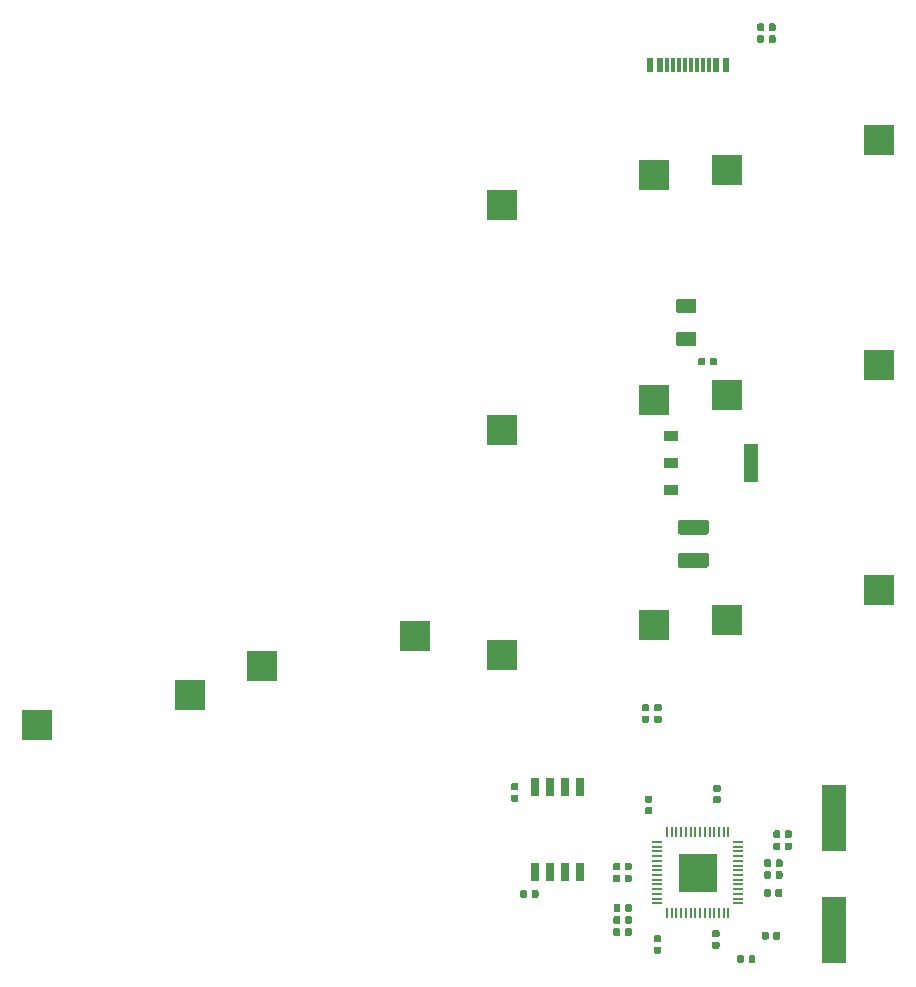
<source format=gbr>
G04 #@! TF.GenerationSoftware,KiCad,Pcbnew,(5.1.4)-1*
G04 #@! TF.CreationDate,2023-06-17T18:31:40-04:00*
G04 #@! TF.ProjectId,ThumbsUp,5468756d-6273-4557-902e-6b696361645f,rev?*
G04 #@! TF.SameCoordinates,Original*
G04 #@! TF.FileFunction,Paste,Bot*
G04 #@! TF.FilePolarity,Positive*
%FSLAX46Y46*%
G04 Gerber Fmt 4.6, Leading zero omitted, Abs format (unit mm)*
G04 Created by KiCad (PCBNEW (5.1.4)-1) date 2023-06-17 18:31:40*
%MOMM*%
%LPD*%
G04 APERTURE LIST*
%ADD10R,2.550000X2.500000*%
%ADD11R,1.300000X3.250000*%
%ADD12R,1.300000X0.950000*%
%ADD13C,0.100000*%
%ADD14C,1.250000*%
%ADD15C,0.590000*%
%ADD16R,0.600000X1.160000*%
%ADD17R,0.300000X1.160000*%
%ADD18R,2.100000X5.600000*%
%ADD19R,0.650000X1.650000*%
%ADD20R,3.200000X3.200000*%
%ADD21R,0.850000X0.200000*%
%ADD22R,0.200000X0.850000*%
G04 APERTURE END LIST*
D10*
X128167789Y-419052952D03*
X115240789Y-421592952D03*
D11*
X117270000Y-427390000D03*
D12*
X110570000Y-425100000D03*
X110570000Y-427390000D03*
X110570000Y-429680000D03*
D13*
G36*
X113519504Y-432186204D02*
G01*
X113543773Y-432189804D01*
X113567571Y-432195765D01*
X113590671Y-432204030D01*
X113612849Y-432214520D01*
X113633893Y-432227133D01*
X113653598Y-432241747D01*
X113671777Y-432258223D01*
X113688253Y-432276402D01*
X113702867Y-432296107D01*
X113715480Y-432317151D01*
X113725970Y-432339329D01*
X113734235Y-432362429D01*
X113740196Y-432386227D01*
X113743796Y-432410496D01*
X113745000Y-432435000D01*
X113745000Y-433185000D01*
X113743796Y-433209504D01*
X113740196Y-433233773D01*
X113734235Y-433257571D01*
X113725970Y-433280671D01*
X113715480Y-433302849D01*
X113702867Y-433323893D01*
X113688253Y-433343598D01*
X113671777Y-433361777D01*
X113653598Y-433378253D01*
X113633893Y-433392867D01*
X113612849Y-433405480D01*
X113590671Y-433415970D01*
X113567571Y-433424235D01*
X113543773Y-433430196D01*
X113519504Y-433433796D01*
X113495000Y-433435000D01*
X111345000Y-433435000D01*
X111320496Y-433433796D01*
X111296227Y-433430196D01*
X111272429Y-433424235D01*
X111249329Y-433415970D01*
X111227151Y-433405480D01*
X111206107Y-433392867D01*
X111186402Y-433378253D01*
X111168223Y-433361777D01*
X111151747Y-433343598D01*
X111137133Y-433323893D01*
X111124520Y-433302849D01*
X111114030Y-433280671D01*
X111105765Y-433257571D01*
X111099804Y-433233773D01*
X111096204Y-433209504D01*
X111095000Y-433185000D01*
X111095000Y-432435000D01*
X111096204Y-432410496D01*
X111099804Y-432386227D01*
X111105765Y-432362429D01*
X111114030Y-432339329D01*
X111124520Y-432317151D01*
X111137133Y-432296107D01*
X111151747Y-432276402D01*
X111168223Y-432258223D01*
X111186402Y-432241747D01*
X111206107Y-432227133D01*
X111227151Y-432214520D01*
X111249329Y-432204030D01*
X111272429Y-432195765D01*
X111296227Y-432189804D01*
X111320496Y-432186204D01*
X111345000Y-432185000D01*
X113495000Y-432185000D01*
X113519504Y-432186204D01*
X113519504Y-432186204D01*
G37*
D14*
X112420000Y-432810000D03*
D13*
G36*
X113519504Y-434986204D02*
G01*
X113543773Y-434989804D01*
X113567571Y-434995765D01*
X113590671Y-435004030D01*
X113612849Y-435014520D01*
X113633893Y-435027133D01*
X113653598Y-435041747D01*
X113671777Y-435058223D01*
X113688253Y-435076402D01*
X113702867Y-435096107D01*
X113715480Y-435117151D01*
X113725970Y-435139329D01*
X113734235Y-435162429D01*
X113740196Y-435186227D01*
X113743796Y-435210496D01*
X113745000Y-435235000D01*
X113745000Y-435985000D01*
X113743796Y-436009504D01*
X113740196Y-436033773D01*
X113734235Y-436057571D01*
X113725970Y-436080671D01*
X113715480Y-436102849D01*
X113702867Y-436123893D01*
X113688253Y-436143598D01*
X113671777Y-436161777D01*
X113653598Y-436178253D01*
X113633893Y-436192867D01*
X113612849Y-436205480D01*
X113590671Y-436215970D01*
X113567571Y-436224235D01*
X113543773Y-436230196D01*
X113519504Y-436233796D01*
X113495000Y-436235000D01*
X111345000Y-436235000D01*
X111320496Y-436233796D01*
X111296227Y-436230196D01*
X111272429Y-436224235D01*
X111249329Y-436215970D01*
X111227151Y-436205480D01*
X111206107Y-436192867D01*
X111186402Y-436178253D01*
X111168223Y-436161777D01*
X111151747Y-436143598D01*
X111137133Y-436123893D01*
X111124520Y-436102849D01*
X111114030Y-436080671D01*
X111105765Y-436057571D01*
X111099804Y-436033773D01*
X111096204Y-436009504D01*
X111095000Y-435985000D01*
X111095000Y-435235000D01*
X111096204Y-435210496D01*
X111099804Y-435186227D01*
X111105765Y-435162429D01*
X111114030Y-435139329D01*
X111124520Y-435117151D01*
X111137133Y-435096107D01*
X111151747Y-435076402D01*
X111168223Y-435058223D01*
X111186402Y-435041747D01*
X111206107Y-435027133D01*
X111227151Y-435014520D01*
X111249329Y-435004030D01*
X111272429Y-434995765D01*
X111296227Y-434989804D01*
X111320496Y-434986204D01*
X111345000Y-434985000D01*
X113495000Y-434985000D01*
X113519504Y-434986204D01*
X113519504Y-434986204D01*
G37*
D14*
X112420000Y-435610000D03*
D13*
G36*
X118676958Y-467080710D02*
G01*
X118691276Y-467082834D01*
X118705317Y-467086351D01*
X118718946Y-467091228D01*
X118732031Y-467097417D01*
X118744447Y-467104858D01*
X118756073Y-467113481D01*
X118766798Y-467123202D01*
X118776519Y-467133927D01*
X118785142Y-467145553D01*
X118792583Y-467157969D01*
X118798772Y-467171054D01*
X118803649Y-467184683D01*
X118807166Y-467198724D01*
X118809290Y-467213042D01*
X118810000Y-467227500D01*
X118810000Y-467572500D01*
X118809290Y-467586958D01*
X118807166Y-467601276D01*
X118803649Y-467615317D01*
X118798772Y-467628946D01*
X118792583Y-467642031D01*
X118785142Y-467654447D01*
X118776519Y-467666073D01*
X118766798Y-467676798D01*
X118756073Y-467686519D01*
X118744447Y-467695142D01*
X118732031Y-467702583D01*
X118718946Y-467708772D01*
X118705317Y-467713649D01*
X118691276Y-467717166D01*
X118676958Y-467719290D01*
X118662500Y-467720000D01*
X118367500Y-467720000D01*
X118353042Y-467719290D01*
X118338724Y-467717166D01*
X118324683Y-467713649D01*
X118311054Y-467708772D01*
X118297969Y-467702583D01*
X118285553Y-467695142D01*
X118273927Y-467686519D01*
X118263202Y-467676798D01*
X118253481Y-467666073D01*
X118244858Y-467654447D01*
X118237417Y-467642031D01*
X118231228Y-467628946D01*
X118226351Y-467615317D01*
X118222834Y-467601276D01*
X118220710Y-467586958D01*
X118220000Y-467572500D01*
X118220000Y-467227500D01*
X118220710Y-467213042D01*
X118222834Y-467198724D01*
X118226351Y-467184683D01*
X118231228Y-467171054D01*
X118237417Y-467157969D01*
X118244858Y-467145553D01*
X118253481Y-467133927D01*
X118263202Y-467123202D01*
X118273927Y-467113481D01*
X118285553Y-467104858D01*
X118297969Y-467097417D01*
X118311054Y-467091228D01*
X118324683Y-467086351D01*
X118338724Y-467082834D01*
X118353042Y-467080710D01*
X118367500Y-467080000D01*
X118662500Y-467080000D01*
X118676958Y-467080710D01*
X118676958Y-467080710D01*
G37*
D15*
X118515000Y-467400000D03*
D13*
G36*
X119646958Y-467080710D02*
G01*
X119661276Y-467082834D01*
X119675317Y-467086351D01*
X119688946Y-467091228D01*
X119702031Y-467097417D01*
X119714447Y-467104858D01*
X119726073Y-467113481D01*
X119736798Y-467123202D01*
X119746519Y-467133927D01*
X119755142Y-467145553D01*
X119762583Y-467157969D01*
X119768772Y-467171054D01*
X119773649Y-467184683D01*
X119777166Y-467198724D01*
X119779290Y-467213042D01*
X119780000Y-467227500D01*
X119780000Y-467572500D01*
X119779290Y-467586958D01*
X119777166Y-467601276D01*
X119773649Y-467615317D01*
X119768772Y-467628946D01*
X119762583Y-467642031D01*
X119755142Y-467654447D01*
X119746519Y-467666073D01*
X119736798Y-467676798D01*
X119726073Y-467686519D01*
X119714447Y-467695142D01*
X119702031Y-467702583D01*
X119688946Y-467708772D01*
X119675317Y-467713649D01*
X119661276Y-467717166D01*
X119646958Y-467719290D01*
X119632500Y-467720000D01*
X119337500Y-467720000D01*
X119323042Y-467719290D01*
X119308724Y-467717166D01*
X119294683Y-467713649D01*
X119281054Y-467708772D01*
X119267969Y-467702583D01*
X119255553Y-467695142D01*
X119243927Y-467686519D01*
X119233202Y-467676798D01*
X119223481Y-467666073D01*
X119214858Y-467654447D01*
X119207417Y-467642031D01*
X119201228Y-467628946D01*
X119196351Y-467615317D01*
X119192834Y-467601276D01*
X119190710Y-467586958D01*
X119190000Y-467572500D01*
X119190000Y-467227500D01*
X119190710Y-467213042D01*
X119192834Y-467198724D01*
X119196351Y-467184683D01*
X119201228Y-467171054D01*
X119207417Y-467157969D01*
X119214858Y-467145553D01*
X119223481Y-467133927D01*
X119233202Y-467123202D01*
X119243927Y-467113481D01*
X119255553Y-467104858D01*
X119267969Y-467097417D01*
X119281054Y-467091228D01*
X119294683Y-467086351D01*
X119308724Y-467082834D01*
X119323042Y-467080710D01*
X119337500Y-467080000D01*
X119632500Y-467080000D01*
X119646958Y-467080710D01*
X119646958Y-467080710D01*
G37*
D15*
X119485000Y-467400000D03*
D10*
X109117789Y-422052952D03*
X96190789Y-424592952D03*
X128167789Y-438102952D03*
X115240789Y-440642952D03*
X115240790Y-402542952D03*
X128167790Y-400002952D03*
X109117790Y-441102952D03*
X96190790Y-443642952D03*
X96190790Y-405542952D03*
X109117790Y-403002952D03*
X75897789Y-444522953D03*
X88824789Y-441982953D03*
X56847789Y-449522952D03*
X69774789Y-446982952D03*
D13*
G36*
X117556958Y-469055710D02*
G01*
X117571276Y-469057834D01*
X117585317Y-469061351D01*
X117598946Y-469066228D01*
X117612031Y-469072417D01*
X117624447Y-469079858D01*
X117636073Y-469088481D01*
X117646798Y-469098202D01*
X117656519Y-469108927D01*
X117665142Y-469120553D01*
X117672583Y-469132969D01*
X117678772Y-469146054D01*
X117683649Y-469159683D01*
X117687166Y-469173724D01*
X117689290Y-469188042D01*
X117690000Y-469202500D01*
X117690000Y-469547500D01*
X117689290Y-469561958D01*
X117687166Y-469576276D01*
X117683649Y-469590317D01*
X117678772Y-469603946D01*
X117672583Y-469617031D01*
X117665142Y-469629447D01*
X117656519Y-469641073D01*
X117646798Y-469651798D01*
X117636073Y-469661519D01*
X117624447Y-469670142D01*
X117612031Y-469677583D01*
X117598946Y-469683772D01*
X117585317Y-469688649D01*
X117571276Y-469692166D01*
X117556958Y-469694290D01*
X117542500Y-469695000D01*
X117247500Y-469695000D01*
X117233042Y-469694290D01*
X117218724Y-469692166D01*
X117204683Y-469688649D01*
X117191054Y-469683772D01*
X117177969Y-469677583D01*
X117165553Y-469670142D01*
X117153927Y-469661519D01*
X117143202Y-469651798D01*
X117133481Y-469641073D01*
X117124858Y-469629447D01*
X117117417Y-469617031D01*
X117111228Y-469603946D01*
X117106351Y-469590317D01*
X117102834Y-469576276D01*
X117100710Y-469561958D01*
X117100000Y-469547500D01*
X117100000Y-469202500D01*
X117100710Y-469188042D01*
X117102834Y-469173724D01*
X117106351Y-469159683D01*
X117111228Y-469146054D01*
X117117417Y-469132969D01*
X117124858Y-469120553D01*
X117133481Y-469108927D01*
X117143202Y-469098202D01*
X117153927Y-469088481D01*
X117165553Y-469079858D01*
X117177969Y-469072417D01*
X117191054Y-469066228D01*
X117204683Y-469061351D01*
X117218724Y-469057834D01*
X117233042Y-469055710D01*
X117247500Y-469055000D01*
X117542500Y-469055000D01*
X117556958Y-469055710D01*
X117556958Y-469055710D01*
G37*
D15*
X117395000Y-469375000D03*
D13*
G36*
X116586958Y-469055710D02*
G01*
X116601276Y-469057834D01*
X116615317Y-469061351D01*
X116628946Y-469066228D01*
X116642031Y-469072417D01*
X116654447Y-469079858D01*
X116666073Y-469088481D01*
X116676798Y-469098202D01*
X116686519Y-469108927D01*
X116695142Y-469120553D01*
X116702583Y-469132969D01*
X116708772Y-469146054D01*
X116713649Y-469159683D01*
X116717166Y-469173724D01*
X116719290Y-469188042D01*
X116720000Y-469202500D01*
X116720000Y-469547500D01*
X116719290Y-469561958D01*
X116717166Y-469576276D01*
X116713649Y-469590317D01*
X116708772Y-469603946D01*
X116702583Y-469617031D01*
X116695142Y-469629447D01*
X116686519Y-469641073D01*
X116676798Y-469651798D01*
X116666073Y-469661519D01*
X116654447Y-469670142D01*
X116642031Y-469677583D01*
X116628946Y-469683772D01*
X116615317Y-469688649D01*
X116601276Y-469692166D01*
X116586958Y-469694290D01*
X116572500Y-469695000D01*
X116277500Y-469695000D01*
X116263042Y-469694290D01*
X116248724Y-469692166D01*
X116234683Y-469688649D01*
X116221054Y-469683772D01*
X116207969Y-469677583D01*
X116195553Y-469670142D01*
X116183927Y-469661519D01*
X116173202Y-469651798D01*
X116163481Y-469641073D01*
X116154858Y-469629447D01*
X116147417Y-469617031D01*
X116141228Y-469603946D01*
X116136351Y-469590317D01*
X116132834Y-469576276D01*
X116130710Y-469561958D01*
X116130000Y-469547500D01*
X116130000Y-469202500D01*
X116130710Y-469188042D01*
X116132834Y-469173724D01*
X116136351Y-469159683D01*
X116141228Y-469146054D01*
X116147417Y-469132969D01*
X116154858Y-469120553D01*
X116163481Y-469108927D01*
X116173202Y-469098202D01*
X116183927Y-469088481D01*
X116195553Y-469079858D01*
X116207969Y-469072417D01*
X116221054Y-469066228D01*
X116234683Y-469061351D01*
X116248724Y-469057834D01*
X116263042Y-469055710D01*
X116277500Y-469055000D01*
X116572500Y-469055000D01*
X116586958Y-469055710D01*
X116586958Y-469055710D01*
G37*
D15*
X116425000Y-469375000D03*
D13*
G36*
X109612958Y-447797710D02*
G01*
X109627276Y-447799834D01*
X109641317Y-447803351D01*
X109654946Y-447808228D01*
X109668031Y-447814417D01*
X109680447Y-447821858D01*
X109692073Y-447830481D01*
X109702798Y-447840202D01*
X109712519Y-447850927D01*
X109721142Y-447862553D01*
X109728583Y-447874969D01*
X109734772Y-447888054D01*
X109739649Y-447901683D01*
X109743166Y-447915724D01*
X109745290Y-447930042D01*
X109746000Y-447944500D01*
X109746000Y-448239500D01*
X109745290Y-448253958D01*
X109743166Y-448268276D01*
X109739649Y-448282317D01*
X109734772Y-448295946D01*
X109728583Y-448309031D01*
X109721142Y-448321447D01*
X109712519Y-448333073D01*
X109702798Y-448343798D01*
X109692073Y-448353519D01*
X109680447Y-448362142D01*
X109668031Y-448369583D01*
X109654946Y-448375772D01*
X109641317Y-448380649D01*
X109627276Y-448384166D01*
X109612958Y-448386290D01*
X109598500Y-448387000D01*
X109253500Y-448387000D01*
X109239042Y-448386290D01*
X109224724Y-448384166D01*
X109210683Y-448380649D01*
X109197054Y-448375772D01*
X109183969Y-448369583D01*
X109171553Y-448362142D01*
X109159927Y-448353519D01*
X109149202Y-448343798D01*
X109139481Y-448333073D01*
X109130858Y-448321447D01*
X109123417Y-448309031D01*
X109117228Y-448295946D01*
X109112351Y-448282317D01*
X109108834Y-448268276D01*
X109106710Y-448253958D01*
X109106000Y-448239500D01*
X109106000Y-447944500D01*
X109106710Y-447930042D01*
X109108834Y-447915724D01*
X109112351Y-447901683D01*
X109117228Y-447888054D01*
X109123417Y-447874969D01*
X109130858Y-447862553D01*
X109139481Y-447850927D01*
X109149202Y-447840202D01*
X109159927Y-447830481D01*
X109171553Y-447821858D01*
X109183969Y-447814417D01*
X109197054Y-447808228D01*
X109210683Y-447803351D01*
X109224724Y-447799834D01*
X109239042Y-447797710D01*
X109253500Y-447797000D01*
X109598500Y-447797000D01*
X109612958Y-447797710D01*
X109612958Y-447797710D01*
G37*
D15*
X109426000Y-448092000D03*
D13*
G36*
X109612958Y-448767710D02*
G01*
X109627276Y-448769834D01*
X109641317Y-448773351D01*
X109654946Y-448778228D01*
X109668031Y-448784417D01*
X109680447Y-448791858D01*
X109692073Y-448800481D01*
X109702798Y-448810202D01*
X109712519Y-448820927D01*
X109721142Y-448832553D01*
X109728583Y-448844969D01*
X109734772Y-448858054D01*
X109739649Y-448871683D01*
X109743166Y-448885724D01*
X109745290Y-448900042D01*
X109746000Y-448914500D01*
X109746000Y-449209500D01*
X109745290Y-449223958D01*
X109743166Y-449238276D01*
X109739649Y-449252317D01*
X109734772Y-449265946D01*
X109728583Y-449279031D01*
X109721142Y-449291447D01*
X109712519Y-449303073D01*
X109702798Y-449313798D01*
X109692073Y-449323519D01*
X109680447Y-449332142D01*
X109668031Y-449339583D01*
X109654946Y-449345772D01*
X109641317Y-449350649D01*
X109627276Y-449354166D01*
X109612958Y-449356290D01*
X109598500Y-449357000D01*
X109253500Y-449357000D01*
X109239042Y-449356290D01*
X109224724Y-449354166D01*
X109210683Y-449350649D01*
X109197054Y-449345772D01*
X109183969Y-449339583D01*
X109171553Y-449332142D01*
X109159927Y-449323519D01*
X109149202Y-449313798D01*
X109139481Y-449303073D01*
X109130858Y-449291447D01*
X109123417Y-449279031D01*
X109117228Y-449265946D01*
X109112351Y-449252317D01*
X109108834Y-449238276D01*
X109106710Y-449223958D01*
X109106000Y-449209500D01*
X109106000Y-448914500D01*
X109106710Y-448900042D01*
X109108834Y-448885724D01*
X109112351Y-448871683D01*
X109117228Y-448858054D01*
X109123417Y-448844969D01*
X109130858Y-448832553D01*
X109139481Y-448820927D01*
X109149202Y-448810202D01*
X109159927Y-448800481D01*
X109171553Y-448791858D01*
X109183969Y-448784417D01*
X109197054Y-448778228D01*
X109210683Y-448773351D01*
X109224724Y-448769834D01*
X109239042Y-448767710D01*
X109253500Y-448767000D01*
X109598500Y-448767000D01*
X109612958Y-448767710D01*
X109612958Y-448767710D01*
G37*
D15*
X109426000Y-449062000D03*
D13*
G36*
X108562958Y-447797710D02*
G01*
X108577276Y-447799834D01*
X108591317Y-447803351D01*
X108604946Y-447808228D01*
X108618031Y-447814417D01*
X108630447Y-447821858D01*
X108642073Y-447830481D01*
X108652798Y-447840202D01*
X108662519Y-447850927D01*
X108671142Y-447862553D01*
X108678583Y-447874969D01*
X108684772Y-447888054D01*
X108689649Y-447901683D01*
X108693166Y-447915724D01*
X108695290Y-447930042D01*
X108696000Y-447944500D01*
X108696000Y-448239500D01*
X108695290Y-448253958D01*
X108693166Y-448268276D01*
X108689649Y-448282317D01*
X108684772Y-448295946D01*
X108678583Y-448309031D01*
X108671142Y-448321447D01*
X108662519Y-448333073D01*
X108652798Y-448343798D01*
X108642073Y-448353519D01*
X108630447Y-448362142D01*
X108618031Y-448369583D01*
X108604946Y-448375772D01*
X108591317Y-448380649D01*
X108577276Y-448384166D01*
X108562958Y-448386290D01*
X108548500Y-448387000D01*
X108203500Y-448387000D01*
X108189042Y-448386290D01*
X108174724Y-448384166D01*
X108160683Y-448380649D01*
X108147054Y-448375772D01*
X108133969Y-448369583D01*
X108121553Y-448362142D01*
X108109927Y-448353519D01*
X108099202Y-448343798D01*
X108089481Y-448333073D01*
X108080858Y-448321447D01*
X108073417Y-448309031D01*
X108067228Y-448295946D01*
X108062351Y-448282317D01*
X108058834Y-448268276D01*
X108056710Y-448253958D01*
X108056000Y-448239500D01*
X108056000Y-447944500D01*
X108056710Y-447930042D01*
X108058834Y-447915724D01*
X108062351Y-447901683D01*
X108067228Y-447888054D01*
X108073417Y-447874969D01*
X108080858Y-447862553D01*
X108089481Y-447850927D01*
X108099202Y-447840202D01*
X108109927Y-447830481D01*
X108121553Y-447821858D01*
X108133969Y-447814417D01*
X108147054Y-447808228D01*
X108160683Y-447803351D01*
X108174724Y-447799834D01*
X108189042Y-447797710D01*
X108203500Y-447797000D01*
X108548500Y-447797000D01*
X108562958Y-447797710D01*
X108562958Y-447797710D01*
G37*
D15*
X108376000Y-448092000D03*
D13*
G36*
X108562958Y-448767710D02*
G01*
X108577276Y-448769834D01*
X108591317Y-448773351D01*
X108604946Y-448778228D01*
X108618031Y-448784417D01*
X108630447Y-448791858D01*
X108642073Y-448800481D01*
X108652798Y-448810202D01*
X108662519Y-448820927D01*
X108671142Y-448832553D01*
X108678583Y-448844969D01*
X108684772Y-448858054D01*
X108689649Y-448871683D01*
X108693166Y-448885724D01*
X108695290Y-448900042D01*
X108696000Y-448914500D01*
X108696000Y-449209500D01*
X108695290Y-449223958D01*
X108693166Y-449238276D01*
X108689649Y-449252317D01*
X108684772Y-449265946D01*
X108678583Y-449279031D01*
X108671142Y-449291447D01*
X108662519Y-449303073D01*
X108652798Y-449313798D01*
X108642073Y-449323519D01*
X108630447Y-449332142D01*
X108618031Y-449339583D01*
X108604946Y-449345772D01*
X108591317Y-449350649D01*
X108577276Y-449354166D01*
X108562958Y-449356290D01*
X108548500Y-449357000D01*
X108203500Y-449357000D01*
X108189042Y-449356290D01*
X108174724Y-449354166D01*
X108160683Y-449350649D01*
X108147054Y-449345772D01*
X108133969Y-449339583D01*
X108121553Y-449332142D01*
X108109927Y-449323519D01*
X108099202Y-449313798D01*
X108089481Y-449303073D01*
X108080858Y-449291447D01*
X108073417Y-449279031D01*
X108067228Y-449265946D01*
X108062351Y-449252317D01*
X108058834Y-449238276D01*
X108056710Y-449223958D01*
X108056000Y-449209500D01*
X108056000Y-448914500D01*
X108056710Y-448900042D01*
X108058834Y-448885724D01*
X108062351Y-448871683D01*
X108067228Y-448858054D01*
X108073417Y-448844969D01*
X108080858Y-448832553D01*
X108089481Y-448820927D01*
X108099202Y-448810202D01*
X108109927Y-448800481D01*
X108121553Y-448791858D01*
X108133969Y-448784417D01*
X108147054Y-448778228D01*
X108160683Y-448773351D01*
X108174724Y-448769834D01*
X108189042Y-448767710D01*
X108203500Y-448767000D01*
X108548500Y-448767000D01*
X108562958Y-448767710D01*
X108562958Y-448767710D01*
G37*
D15*
X108376000Y-449062000D03*
D13*
G36*
X118286958Y-391155710D02*
G01*
X118301276Y-391157834D01*
X118315317Y-391161351D01*
X118328946Y-391166228D01*
X118342031Y-391172417D01*
X118354447Y-391179858D01*
X118366073Y-391188481D01*
X118376798Y-391198202D01*
X118386519Y-391208927D01*
X118395142Y-391220553D01*
X118402583Y-391232969D01*
X118408772Y-391246054D01*
X118413649Y-391259683D01*
X118417166Y-391273724D01*
X118419290Y-391288042D01*
X118420000Y-391302500D01*
X118420000Y-391647500D01*
X118419290Y-391661958D01*
X118417166Y-391676276D01*
X118413649Y-391690317D01*
X118408772Y-391703946D01*
X118402583Y-391717031D01*
X118395142Y-391729447D01*
X118386519Y-391741073D01*
X118376798Y-391751798D01*
X118366073Y-391761519D01*
X118354447Y-391770142D01*
X118342031Y-391777583D01*
X118328946Y-391783772D01*
X118315317Y-391788649D01*
X118301276Y-391792166D01*
X118286958Y-391794290D01*
X118272500Y-391795000D01*
X117977500Y-391795000D01*
X117963042Y-391794290D01*
X117948724Y-391792166D01*
X117934683Y-391788649D01*
X117921054Y-391783772D01*
X117907969Y-391777583D01*
X117895553Y-391770142D01*
X117883927Y-391761519D01*
X117873202Y-391751798D01*
X117863481Y-391741073D01*
X117854858Y-391729447D01*
X117847417Y-391717031D01*
X117841228Y-391703946D01*
X117836351Y-391690317D01*
X117832834Y-391676276D01*
X117830710Y-391661958D01*
X117830000Y-391647500D01*
X117830000Y-391302500D01*
X117830710Y-391288042D01*
X117832834Y-391273724D01*
X117836351Y-391259683D01*
X117841228Y-391246054D01*
X117847417Y-391232969D01*
X117854858Y-391220553D01*
X117863481Y-391208927D01*
X117873202Y-391198202D01*
X117883927Y-391188481D01*
X117895553Y-391179858D01*
X117907969Y-391172417D01*
X117921054Y-391166228D01*
X117934683Y-391161351D01*
X117948724Y-391157834D01*
X117963042Y-391155710D01*
X117977500Y-391155000D01*
X118272500Y-391155000D01*
X118286958Y-391155710D01*
X118286958Y-391155710D01*
G37*
D15*
X118125000Y-391475000D03*
D13*
G36*
X119256958Y-391155710D02*
G01*
X119271276Y-391157834D01*
X119285317Y-391161351D01*
X119298946Y-391166228D01*
X119312031Y-391172417D01*
X119324447Y-391179858D01*
X119336073Y-391188481D01*
X119346798Y-391198202D01*
X119356519Y-391208927D01*
X119365142Y-391220553D01*
X119372583Y-391232969D01*
X119378772Y-391246054D01*
X119383649Y-391259683D01*
X119387166Y-391273724D01*
X119389290Y-391288042D01*
X119390000Y-391302500D01*
X119390000Y-391647500D01*
X119389290Y-391661958D01*
X119387166Y-391676276D01*
X119383649Y-391690317D01*
X119378772Y-391703946D01*
X119372583Y-391717031D01*
X119365142Y-391729447D01*
X119356519Y-391741073D01*
X119346798Y-391751798D01*
X119336073Y-391761519D01*
X119324447Y-391770142D01*
X119312031Y-391777583D01*
X119298946Y-391783772D01*
X119285317Y-391788649D01*
X119271276Y-391792166D01*
X119256958Y-391794290D01*
X119242500Y-391795000D01*
X118947500Y-391795000D01*
X118933042Y-391794290D01*
X118918724Y-391792166D01*
X118904683Y-391788649D01*
X118891054Y-391783772D01*
X118877969Y-391777583D01*
X118865553Y-391770142D01*
X118853927Y-391761519D01*
X118843202Y-391751798D01*
X118833481Y-391741073D01*
X118824858Y-391729447D01*
X118817417Y-391717031D01*
X118811228Y-391703946D01*
X118806351Y-391690317D01*
X118802834Y-391676276D01*
X118800710Y-391661958D01*
X118800000Y-391647500D01*
X118800000Y-391302500D01*
X118800710Y-391288042D01*
X118802834Y-391273724D01*
X118806351Y-391259683D01*
X118811228Y-391246054D01*
X118817417Y-391232969D01*
X118824858Y-391220553D01*
X118833481Y-391208927D01*
X118843202Y-391198202D01*
X118853927Y-391188481D01*
X118865553Y-391179858D01*
X118877969Y-391172417D01*
X118891054Y-391166228D01*
X118904683Y-391161351D01*
X118918724Y-391157834D01*
X118933042Y-391155710D01*
X118947500Y-391155000D01*
X119242500Y-391155000D01*
X119256958Y-391155710D01*
X119256958Y-391155710D01*
G37*
D15*
X119095000Y-391475000D03*
D13*
G36*
X119256958Y-390155710D02*
G01*
X119271276Y-390157834D01*
X119285317Y-390161351D01*
X119298946Y-390166228D01*
X119312031Y-390172417D01*
X119324447Y-390179858D01*
X119336073Y-390188481D01*
X119346798Y-390198202D01*
X119356519Y-390208927D01*
X119365142Y-390220553D01*
X119372583Y-390232969D01*
X119378772Y-390246054D01*
X119383649Y-390259683D01*
X119387166Y-390273724D01*
X119389290Y-390288042D01*
X119390000Y-390302500D01*
X119390000Y-390647500D01*
X119389290Y-390661958D01*
X119387166Y-390676276D01*
X119383649Y-390690317D01*
X119378772Y-390703946D01*
X119372583Y-390717031D01*
X119365142Y-390729447D01*
X119356519Y-390741073D01*
X119346798Y-390751798D01*
X119336073Y-390761519D01*
X119324447Y-390770142D01*
X119312031Y-390777583D01*
X119298946Y-390783772D01*
X119285317Y-390788649D01*
X119271276Y-390792166D01*
X119256958Y-390794290D01*
X119242500Y-390795000D01*
X118947500Y-390795000D01*
X118933042Y-390794290D01*
X118918724Y-390792166D01*
X118904683Y-390788649D01*
X118891054Y-390783772D01*
X118877969Y-390777583D01*
X118865553Y-390770142D01*
X118853927Y-390761519D01*
X118843202Y-390751798D01*
X118833481Y-390741073D01*
X118824858Y-390729447D01*
X118817417Y-390717031D01*
X118811228Y-390703946D01*
X118806351Y-390690317D01*
X118802834Y-390676276D01*
X118800710Y-390661958D01*
X118800000Y-390647500D01*
X118800000Y-390302500D01*
X118800710Y-390288042D01*
X118802834Y-390273724D01*
X118806351Y-390259683D01*
X118811228Y-390246054D01*
X118817417Y-390232969D01*
X118824858Y-390220553D01*
X118833481Y-390208927D01*
X118843202Y-390198202D01*
X118853927Y-390188481D01*
X118865553Y-390179858D01*
X118877969Y-390172417D01*
X118891054Y-390166228D01*
X118904683Y-390161351D01*
X118918724Y-390157834D01*
X118933042Y-390155710D01*
X118947500Y-390155000D01*
X119242500Y-390155000D01*
X119256958Y-390155710D01*
X119256958Y-390155710D01*
G37*
D15*
X119095000Y-390475000D03*
D13*
G36*
X118286958Y-390155710D02*
G01*
X118301276Y-390157834D01*
X118315317Y-390161351D01*
X118328946Y-390166228D01*
X118342031Y-390172417D01*
X118354447Y-390179858D01*
X118366073Y-390188481D01*
X118376798Y-390198202D01*
X118386519Y-390208927D01*
X118395142Y-390220553D01*
X118402583Y-390232969D01*
X118408772Y-390246054D01*
X118413649Y-390259683D01*
X118417166Y-390273724D01*
X118419290Y-390288042D01*
X118420000Y-390302500D01*
X118420000Y-390647500D01*
X118419290Y-390661958D01*
X118417166Y-390676276D01*
X118413649Y-390690317D01*
X118408772Y-390703946D01*
X118402583Y-390717031D01*
X118395142Y-390729447D01*
X118386519Y-390741073D01*
X118376798Y-390751798D01*
X118366073Y-390761519D01*
X118354447Y-390770142D01*
X118342031Y-390777583D01*
X118328946Y-390783772D01*
X118315317Y-390788649D01*
X118301276Y-390792166D01*
X118286958Y-390794290D01*
X118272500Y-390795000D01*
X117977500Y-390795000D01*
X117963042Y-390794290D01*
X117948724Y-390792166D01*
X117934683Y-390788649D01*
X117921054Y-390783772D01*
X117907969Y-390777583D01*
X117895553Y-390770142D01*
X117883927Y-390761519D01*
X117873202Y-390751798D01*
X117863481Y-390741073D01*
X117854858Y-390729447D01*
X117847417Y-390717031D01*
X117841228Y-390703946D01*
X117836351Y-390690317D01*
X117832834Y-390676276D01*
X117830710Y-390661958D01*
X117830000Y-390647500D01*
X117830000Y-390302500D01*
X117830710Y-390288042D01*
X117832834Y-390273724D01*
X117836351Y-390259683D01*
X117841228Y-390246054D01*
X117847417Y-390232969D01*
X117854858Y-390220553D01*
X117863481Y-390208927D01*
X117873202Y-390198202D01*
X117883927Y-390188481D01*
X117895553Y-390179858D01*
X117907969Y-390172417D01*
X117921054Y-390166228D01*
X117934683Y-390161351D01*
X117948724Y-390157834D01*
X117963042Y-390155710D01*
X117977500Y-390155000D01*
X118272500Y-390155000D01*
X118286958Y-390155710D01*
X118286958Y-390155710D01*
G37*
D15*
X118125000Y-390475000D03*
D13*
G36*
X107071958Y-466770710D02*
G01*
X107086276Y-466772834D01*
X107100317Y-466776351D01*
X107113946Y-466781228D01*
X107127031Y-466787417D01*
X107139447Y-466794858D01*
X107151073Y-466803481D01*
X107161798Y-466813202D01*
X107171519Y-466823927D01*
X107180142Y-466835553D01*
X107187583Y-466847969D01*
X107193772Y-466861054D01*
X107198649Y-466874683D01*
X107202166Y-466888724D01*
X107204290Y-466903042D01*
X107205000Y-466917500D01*
X107205000Y-467262500D01*
X107204290Y-467276958D01*
X107202166Y-467291276D01*
X107198649Y-467305317D01*
X107193772Y-467318946D01*
X107187583Y-467332031D01*
X107180142Y-467344447D01*
X107171519Y-467356073D01*
X107161798Y-467366798D01*
X107151073Y-467376519D01*
X107139447Y-467385142D01*
X107127031Y-467392583D01*
X107113946Y-467398772D01*
X107100317Y-467403649D01*
X107086276Y-467407166D01*
X107071958Y-467409290D01*
X107057500Y-467410000D01*
X106762500Y-467410000D01*
X106748042Y-467409290D01*
X106733724Y-467407166D01*
X106719683Y-467403649D01*
X106706054Y-467398772D01*
X106692969Y-467392583D01*
X106680553Y-467385142D01*
X106668927Y-467376519D01*
X106658202Y-467366798D01*
X106648481Y-467356073D01*
X106639858Y-467344447D01*
X106632417Y-467332031D01*
X106626228Y-467318946D01*
X106621351Y-467305317D01*
X106617834Y-467291276D01*
X106615710Y-467276958D01*
X106615000Y-467262500D01*
X106615000Y-466917500D01*
X106615710Y-466903042D01*
X106617834Y-466888724D01*
X106621351Y-466874683D01*
X106626228Y-466861054D01*
X106632417Y-466847969D01*
X106639858Y-466835553D01*
X106648481Y-466823927D01*
X106658202Y-466813202D01*
X106668927Y-466803481D01*
X106680553Y-466794858D01*
X106692969Y-466787417D01*
X106706054Y-466781228D01*
X106719683Y-466776351D01*
X106733724Y-466772834D01*
X106748042Y-466770710D01*
X106762500Y-466770000D01*
X107057500Y-466770000D01*
X107071958Y-466770710D01*
X107071958Y-466770710D01*
G37*
D15*
X106910000Y-467090000D03*
D13*
G36*
X106101958Y-466770710D02*
G01*
X106116276Y-466772834D01*
X106130317Y-466776351D01*
X106143946Y-466781228D01*
X106157031Y-466787417D01*
X106169447Y-466794858D01*
X106181073Y-466803481D01*
X106191798Y-466813202D01*
X106201519Y-466823927D01*
X106210142Y-466835553D01*
X106217583Y-466847969D01*
X106223772Y-466861054D01*
X106228649Y-466874683D01*
X106232166Y-466888724D01*
X106234290Y-466903042D01*
X106235000Y-466917500D01*
X106235000Y-467262500D01*
X106234290Y-467276958D01*
X106232166Y-467291276D01*
X106228649Y-467305317D01*
X106223772Y-467318946D01*
X106217583Y-467332031D01*
X106210142Y-467344447D01*
X106201519Y-467356073D01*
X106191798Y-467366798D01*
X106181073Y-467376519D01*
X106169447Y-467385142D01*
X106157031Y-467392583D01*
X106143946Y-467398772D01*
X106130317Y-467403649D01*
X106116276Y-467407166D01*
X106101958Y-467409290D01*
X106087500Y-467410000D01*
X105792500Y-467410000D01*
X105778042Y-467409290D01*
X105763724Y-467407166D01*
X105749683Y-467403649D01*
X105736054Y-467398772D01*
X105722969Y-467392583D01*
X105710553Y-467385142D01*
X105698927Y-467376519D01*
X105688202Y-467366798D01*
X105678481Y-467356073D01*
X105669858Y-467344447D01*
X105662417Y-467332031D01*
X105656228Y-467318946D01*
X105651351Y-467305317D01*
X105647834Y-467291276D01*
X105645710Y-467276958D01*
X105645000Y-467262500D01*
X105645000Y-466917500D01*
X105645710Y-466903042D01*
X105647834Y-466888724D01*
X105651351Y-466874683D01*
X105656228Y-466861054D01*
X105662417Y-466847969D01*
X105669858Y-466835553D01*
X105678481Y-466823927D01*
X105688202Y-466813202D01*
X105698927Y-466803481D01*
X105710553Y-466794858D01*
X105722969Y-466787417D01*
X105736054Y-466781228D01*
X105749683Y-466776351D01*
X105763724Y-466772834D01*
X105778042Y-466770710D01*
X105792500Y-466770000D01*
X106087500Y-466770000D01*
X106101958Y-466770710D01*
X106101958Y-466770710D01*
G37*
D15*
X105940000Y-467090000D03*
D13*
G36*
X119846958Y-460930710D02*
G01*
X119861276Y-460932834D01*
X119875317Y-460936351D01*
X119888946Y-460941228D01*
X119902031Y-460947417D01*
X119914447Y-460954858D01*
X119926073Y-460963481D01*
X119936798Y-460973202D01*
X119946519Y-460983927D01*
X119955142Y-460995553D01*
X119962583Y-461007969D01*
X119968772Y-461021054D01*
X119973649Y-461034683D01*
X119977166Y-461048724D01*
X119979290Y-461063042D01*
X119980000Y-461077500D01*
X119980000Y-461422500D01*
X119979290Y-461436958D01*
X119977166Y-461451276D01*
X119973649Y-461465317D01*
X119968772Y-461478946D01*
X119962583Y-461492031D01*
X119955142Y-461504447D01*
X119946519Y-461516073D01*
X119936798Y-461526798D01*
X119926073Y-461536519D01*
X119914447Y-461545142D01*
X119902031Y-461552583D01*
X119888946Y-461558772D01*
X119875317Y-461563649D01*
X119861276Y-461567166D01*
X119846958Y-461569290D01*
X119832500Y-461570000D01*
X119537500Y-461570000D01*
X119523042Y-461569290D01*
X119508724Y-461567166D01*
X119494683Y-461563649D01*
X119481054Y-461558772D01*
X119467969Y-461552583D01*
X119455553Y-461545142D01*
X119443927Y-461536519D01*
X119433202Y-461526798D01*
X119423481Y-461516073D01*
X119414858Y-461504447D01*
X119407417Y-461492031D01*
X119401228Y-461478946D01*
X119396351Y-461465317D01*
X119392834Y-461451276D01*
X119390710Y-461436958D01*
X119390000Y-461422500D01*
X119390000Y-461077500D01*
X119390710Y-461063042D01*
X119392834Y-461048724D01*
X119396351Y-461034683D01*
X119401228Y-461021054D01*
X119407417Y-461007969D01*
X119414858Y-460995553D01*
X119423481Y-460983927D01*
X119433202Y-460973202D01*
X119443927Y-460963481D01*
X119455553Y-460954858D01*
X119467969Y-460947417D01*
X119481054Y-460941228D01*
X119494683Y-460936351D01*
X119508724Y-460932834D01*
X119523042Y-460930710D01*
X119537500Y-460930000D01*
X119832500Y-460930000D01*
X119846958Y-460930710D01*
X119846958Y-460930710D01*
G37*
D15*
X119685000Y-461250000D03*
D13*
G36*
X118876958Y-460930710D02*
G01*
X118891276Y-460932834D01*
X118905317Y-460936351D01*
X118918946Y-460941228D01*
X118932031Y-460947417D01*
X118944447Y-460954858D01*
X118956073Y-460963481D01*
X118966798Y-460973202D01*
X118976519Y-460983927D01*
X118985142Y-460995553D01*
X118992583Y-461007969D01*
X118998772Y-461021054D01*
X119003649Y-461034683D01*
X119007166Y-461048724D01*
X119009290Y-461063042D01*
X119010000Y-461077500D01*
X119010000Y-461422500D01*
X119009290Y-461436958D01*
X119007166Y-461451276D01*
X119003649Y-461465317D01*
X118998772Y-461478946D01*
X118992583Y-461492031D01*
X118985142Y-461504447D01*
X118976519Y-461516073D01*
X118966798Y-461526798D01*
X118956073Y-461536519D01*
X118944447Y-461545142D01*
X118932031Y-461552583D01*
X118918946Y-461558772D01*
X118905317Y-461563649D01*
X118891276Y-461567166D01*
X118876958Y-461569290D01*
X118862500Y-461570000D01*
X118567500Y-461570000D01*
X118553042Y-461569290D01*
X118538724Y-461567166D01*
X118524683Y-461563649D01*
X118511054Y-461558772D01*
X118497969Y-461552583D01*
X118485553Y-461545142D01*
X118473927Y-461536519D01*
X118463202Y-461526798D01*
X118453481Y-461516073D01*
X118444858Y-461504447D01*
X118437417Y-461492031D01*
X118431228Y-461478946D01*
X118426351Y-461465317D01*
X118422834Y-461451276D01*
X118420710Y-461436958D01*
X118420000Y-461422500D01*
X118420000Y-461077500D01*
X118420710Y-461063042D01*
X118422834Y-461048724D01*
X118426351Y-461034683D01*
X118431228Y-461021054D01*
X118437417Y-461007969D01*
X118444858Y-460995553D01*
X118453481Y-460983927D01*
X118463202Y-460973202D01*
X118473927Y-460963481D01*
X118485553Y-460954858D01*
X118497969Y-460947417D01*
X118511054Y-460941228D01*
X118524683Y-460936351D01*
X118538724Y-460932834D01*
X118553042Y-460930710D01*
X118567500Y-460930000D01*
X118862500Y-460930000D01*
X118876958Y-460930710D01*
X118876958Y-460930710D01*
G37*
D15*
X118715000Y-461250000D03*
D13*
G36*
X97486958Y-454485710D02*
G01*
X97501276Y-454487834D01*
X97515317Y-454491351D01*
X97528946Y-454496228D01*
X97542031Y-454502417D01*
X97554447Y-454509858D01*
X97566073Y-454518481D01*
X97576798Y-454528202D01*
X97586519Y-454538927D01*
X97595142Y-454550553D01*
X97602583Y-454562969D01*
X97608772Y-454576054D01*
X97613649Y-454589683D01*
X97617166Y-454603724D01*
X97619290Y-454618042D01*
X97620000Y-454632500D01*
X97620000Y-454927500D01*
X97619290Y-454941958D01*
X97617166Y-454956276D01*
X97613649Y-454970317D01*
X97608772Y-454983946D01*
X97602583Y-454997031D01*
X97595142Y-455009447D01*
X97586519Y-455021073D01*
X97576798Y-455031798D01*
X97566073Y-455041519D01*
X97554447Y-455050142D01*
X97542031Y-455057583D01*
X97528946Y-455063772D01*
X97515317Y-455068649D01*
X97501276Y-455072166D01*
X97486958Y-455074290D01*
X97472500Y-455075000D01*
X97127500Y-455075000D01*
X97113042Y-455074290D01*
X97098724Y-455072166D01*
X97084683Y-455068649D01*
X97071054Y-455063772D01*
X97057969Y-455057583D01*
X97045553Y-455050142D01*
X97033927Y-455041519D01*
X97023202Y-455031798D01*
X97013481Y-455021073D01*
X97004858Y-455009447D01*
X96997417Y-454997031D01*
X96991228Y-454983946D01*
X96986351Y-454970317D01*
X96982834Y-454956276D01*
X96980710Y-454941958D01*
X96980000Y-454927500D01*
X96980000Y-454632500D01*
X96980710Y-454618042D01*
X96982834Y-454603724D01*
X96986351Y-454589683D01*
X96991228Y-454576054D01*
X96997417Y-454562969D01*
X97004858Y-454550553D01*
X97013481Y-454538927D01*
X97023202Y-454528202D01*
X97033927Y-454518481D01*
X97045553Y-454509858D01*
X97057969Y-454502417D01*
X97071054Y-454496228D01*
X97084683Y-454491351D01*
X97098724Y-454487834D01*
X97113042Y-454485710D01*
X97127500Y-454485000D01*
X97472500Y-454485000D01*
X97486958Y-454485710D01*
X97486958Y-454485710D01*
G37*
D15*
X97300000Y-454780000D03*
D13*
G36*
X97486958Y-455455710D02*
G01*
X97501276Y-455457834D01*
X97515317Y-455461351D01*
X97528946Y-455466228D01*
X97542031Y-455472417D01*
X97554447Y-455479858D01*
X97566073Y-455488481D01*
X97576798Y-455498202D01*
X97586519Y-455508927D01*
X97595142Y-455520553D01*
X97602583Y-455532969D01*
X97608772Y-455546054D01*
X97613649Y-455559683D01*
X97617166Y-455573724D01*
X97619290Y-455588042D01*
X97620000Y-455602500D01*
X97620000Y-455897500D01*
X97619290Y-455911958D01*
X97617166Y-455926276D01*
X97613649Y-455940317D01*
X97608772Y-455953946D01*
X97602583Y-455967031D01*
X97595142Y-455979447D01*
X97586519Y-455991073D01*
X97576798Y-456001798D01*
X97566073Y-456011519D01*
X97554447Y-456020142D01*
X97542031Y-456027583D01*
X97528946Y-456033772D01*
X97515317Y-456038649D01*
X97501276Y-456042166D01*
X97486958Y-456044290D01*
X97472500Y-456045000D01*
X97127500Y-456045000D01*
X97113042Y-456044290D01*
X97098724Y-456042166D01*
X97084683Y-456038649D01*
X97071054Y-456033772D01*
X97057969Y-456027583D01*
X97045553Y-456020142D01*
X97033927Y-456011519D01*
X97023202Y-456001798D01*
X97013481Y-455991073D01*
X97004858Y-455979447D01*
X96997417Y-455967031D01*
X96991228Y-455953946D01*
X96986351Y-455940317D01*
X96982834Y-455926276D01*
X96980710Y-455911958D01*
X96980000Y-455897500D01*
X96980000Y-455602500D01*
X96980710Y-455588042D01*
X96982834Y-455573724D01*
X96986351Y-455559683D01*
X96991228Y-455546054D01*
X96997417Y-455532969D01*
X97004858Y-455520553D01*
X97013481Y-455508927D01*
X97023202Y-455498202D01*
X97033927Y-455488481D01*
X97045553Y-455479858D01*
X97057969Y-455472417D01*
X97071054Y-455466228D01*
X97084683Y-455461351D01*
X97098724Y-455457834D01*
X97113042Y-455455710D01*
X97127500Y-455455000D01*
X97472500Y-455455000D01*
X97486958Y-455455710D01*
X97486958Y-455455710D01*
G37*
D15*
X97300000Y-455750000D03*
D13*
G36*
X109586958Y-468325710D02*
G01*
X109601276Y-468327834D01*
X109615317Y-468331351D01*
X109628946Y-468336228D01*
X109642031Y-468342417D01*
X109654447Y-468349858D01*
X109666073Y-468358481D01*
X109676798Y-468368202D01*
X109686519Y-468378927D01*
X109695142Y-468390553D01*
X109702583Y-468402969D01*
X109708772Y-468416054D01*
X109713649Y-468429683D01*
X109717166Y-468443724D01*
X109719290Y-468458042D01*
X109720000Y-468472500D01*
X109720000Y-468767500D01*
X109719290Y-468781958D01*
X109717166Y-468796276D01*
X109713649Y-468810317D01*
X109708772Y-468823946D01*
X109702583Y-468837031D01*
X109695142Y-468849447D01*
X109686519Y-468861073D01*
X109676798Y-468871798D01*
X109666073Y-468881519D01*
X109654447Y-468890142D01*
X109642031Y-468897583D01*
X109628946Y-468903772D01*
X109615317Y-468908649D01*
X109601276Y-468912166D01*
X109586958Y-468914290D01*
X109572500Y-468915000D01*
X109227500Y-468915000D01*
X109213042Y-468914290D01*
X109198724Y-468912166D01*
X109184683Y-468908649D01*
X109171054Y-468903772D01*
X109157969Y-468897583D01*
X109145553Y-468890142D01*
X109133927Y-468881519D01*
X109123202Y-468871798D01*
X109113481Y-468861073D01*
X109104858Y-468849447D01*
X109097417Y-468837031D01*
X109091228Y-468823946D01*
X109086351Y-468810317D01*
X109082834Y-468796276D01*
X109080710Y-468781958D01*
X109080000Y-468767500D01*
X109080000Y-468472500D01*
X109080710Y-468458042D01*
X109082834Y-468443724D01*
X109086351Y-468429683D01*
X109091228Y-468416054D01*
X109097417Y-468402969D01*
X109104858Y-468390553D01*
X109113481Y-468378927D01*
X109123202Y-468368202D01*
X109133927Y-468358481D01*
X109145553Y-468349858D01*
X109157969Y-468342417D01*
X109171054Y-468336228D01*
X109184683Y-468331351D01*
X109198724Y-468327834D01*
X109213042Y-468325710D01*
X109227500Y-468325000D01*
X109572500Y-468325000D01*
X109586958Y-468325710D01*
X109586958Y-468325710D01*
G37*
D15*
X109400000Y-468620000D03*
D13*
G36*
X109586958Y-467355710D02*
G01*
X109601276Y-467357834D01*
X109615317Y-467361351D01*
X109628946Y-467366228D01*
X109642031Y-467372417D01*
X109654447Y-467379858D01*
X109666073Y-467388481D01*
X109676798Y-467398202D01*
X109686519Y-467408927D01*
X109695142Y-467420553D01*
X109702583Y-467432969D01*
X109708772Y-467446054D01*
X109713649Y-467459683D01*
X109717166Y-467473724D01*
X109719290Y-467488042D01*
X109720000Y-467502500D01*
X109720000Y-467797500D01*
X109719290Y-467811958D01*
X109717166Y-467826276D01*
X109713649Y-467840317D01*
X109708772Y-467853946D01*
X109702583Y-467867031D01*
X109695142Y-467879447D01*
X109686519Y-467891073D01*
X109676798Y-467901798D01*
X109666073Y-467911519D01*
X109654447Y-467920142D01*
X109642031Y-467927583D01*
X109628946Y-467933772D01*
X109615317Y-467938649D01*
X109601276Y-467942166D01*
X109586958Y-467944290D01*
X109572500Y-467945000D01*
X109227500Y-467945000D01*
X109213042Y-467944290D01*
X109198724Y-467942166D01*
X109184683Y-467938649D01*
X109171054Y-467933772D01*
X109157969Y-467927583D01*
X109145553Y-467920142D01*
X109133927Y-467911519D01*
X109123202Y-467901798D01*
X109113481Y-467891073D01*
X109104858Y-467879447D01*
X109097417Y-467867031D01*
X109091228Y-467853946D01*
X109086351Y-467840317D01*
X109082834Y-467826276D01*
X109080710Y-467811958D01*
X109080000Y-467797500D01*
X109080000Y-467502500D01*
X109080710Y-467488042D01*
X109082834Y-467473724D01*
X109086351Y-467459683D01*
X109091228Y-467446054D01*
X109097417Y-467432969D01*
X109104858Y-467420553D01*
X109113481Y-467408927D01*
X109123202Y-467398202D01*
X109133927Y-467388481D01*
X109145553Y-467379858D01*
X109157969Y-467372417D01*
X109171054Y-467366228D01*
X109184683Y-467361351D01*
X109198724Y-467357834D01*
X109213042Y-467355710D01*
X109227500Y-467355000D01*
X109572500Y-467355000D01*
X109586958Y-467355710D01*
X109586958Y-467355710D01*
G37*
D15*
X109400000Y-467650000D03*
D13*
G36*
X114611958Y-454620710D02*
G01*
X114626276Y-454622834D01*
X114640317Y-454626351D01*
X114653946Y-454631228D01*
X114667031Y-454637417D01*
X114679447Y-454644858D01*
X114691073Y-454653481D01*
X114701798Y-454663202D01*
X114711519Y-454673927D01*
X114720142Y-454685553D01*
X114727583Y-454697969D01*
X114733772Y-454711054D01*
X114738649Y-454724683D01*
X114742166Y-454738724D01*
X114744290Y-454753042D01*
X114745000Y-454767500D01*
X114745000Y-455062500D01*
X114744290Y-455076958D01*
X114742166Y-455091276D01*
X114738649Y-455105317D01*
X114733772Y-455118946D01*
X114727583Y-455132031D01*
X114720142Y-455144447D01*
X114711519Y-455156073D01*
X114701798Y-455166798D01*
X114691073Y-455176519D01*
X114679447Y-455185142D01*
X114667031Y-455192583D01*
X114653946Y-455198772D01*
X114640317Y-455203649D01*
X114626276Y-455207166D01*
X114611958Y-455209290D01*
X114597500Y-455210000D01*
X114252500Y-455210000D01*
X114238042Y-455209290D01*
X114223724Y-455207166D01*
X114209683Y-455203649D01*
X114196054Y-455198772D01*
X114182969Y-455192583D01*
X114170553Y-455185142D01*
X114158927Y-455176519D01*
X114148202Y-455166798D01*
X114138481Y-455156073D01*
X114129858Y-455144447D01*
X114122417Y-455132031D01*
X114116228Y-455118946D01*
X114111351Y-455105317D01*
X114107834Y-455091276D01*
X114105710Y-455076958D01*
X114105000Y-455062500D01*
X114105000Y-454767500D01*
X114105710Y-454753042D01*
X114107834Y-454738724D01*
X114111351Y-454724683D01*
X114116228Y-454711054D01*
X114122417Y-454697969D01*
X114129858Y-454685553D01*
X114138481Y-454673927D01*
X114148202Y-454663202D01*
X114158927Y-454653481D01*
X114170553Y-454644858D01*
X114182969Y-454637417D01*
X114196054Y-454631228D01*
X114209683Y-454626351D01*
X114223724Y-454622834D01*
X114238042Y-454620710D01*
X114252500Y-454620000D01*
X114597500Y-454620000D01*
X114611958Y-454620710D01*
X114611958Y-454620710D01*
G37*
D15*
X114425000Y-454915000D03*
D13*
G36*
X114611958Y-455590710D02*
G01*
X114626276Y-455592834D01*
X114640317Y-455596351D01*
X114653946Y-455601228D01*
X114667031Y-455607417D01*
X114679447Y-455614858D01*
X114691073Y-455623481D01*
X114701798Y-455633202D01*
X114711519Y-455643927D01*
X114720142Y-455655553D01*
X114727583Y-455667969D01*
X114733772Y-455681054D01*
X114738649Y-455694683D01*
X114742166Y-455708724D01*
X114744290Y-455723042D01*
X114745000Y-455737500D01*
X114745000Y-456032500D01*
X114744290Y-456046958D01*
X114742166Y-456061276D01*
X114738649Y-456075317D01*
X114733772Y-456088946D01*
X114727583Y-456102031D01*
X114720142Y-456114447D01*
X114711519Y-456126073D01*
X114701798Y-456136798D01*
X114691073Y-456146519D01*
X114679447Y-456155142D01*
X114667031Y-456162583D01*
X114653946Y-456168772D01*
X114640317Y-456173649D01*
X114626276Y-456177166D01*
X114611958Y-456179290D01*
X114597500Y-456180000D01*
X114252500Y-456180000D01*
X114238042Y-456179290D01*
X114223724Y-456177166D01*
X114209683Y-456173649D01*
X114196054Y-456168772D01*
X114182969Y-456162583D01*
X114170553Y-456155142D01*
X114158927Y-456146519D01*
X114148202Y-456136798D01*
X114138481Y-456126073D01*
X114129858Y-456114447D01*
X114122417Y-456102031D01*
X114116228Y-456088946D01*
X114111351Y-456075317D01*
X114107834Y-456061276D01*
X114105710Y-456046958D01*
X114105000Y-456032500D01*
X114105000Y-455737500D01*
X114105710Y-455723042D01*
X114107834Y-455708724D01*
X114111351Y-455694683D01*
X114116228Y-455681054D01*
X114122417Y-455667969D01*
X114129858Y-455655553D01*
X114138481Y-455643927D01*
X114148202Y-455633202D01*
X114158927Y-455623481D01*
X114170553Y-455614858D01*
X114182969Y-455607417D01*
X114196054Y-455601228D01*
X114209683Y-455596351D01*
X114223724Y-455592834D01*
X114238042Y-455590710D01*
X114252500Y-455590000D01*
X114597500Y-455590000D01*
X114611958Y-455590710D01*
X114611958Y-455590710D01*
G37*
D15*
X114425000Y-455885000D03*
D13*
G36*
X119846958Y-461930710D02*
G01*
X119861276Y-461932834D01*
X119875317Y-461936351D01*
X119888946Y-461941228D01*
X119902031Y-461947417D01*
X119914447Y-461954858D01*
X119926073Y-461963481D01*
X119936798Y-461973202D01*
X119946519Y-461983927D01*
X119955142Y-461995553D01*
X119962583Y-462007969D01*
X119968772Y-462021054D01*
X119973649Y-462034683D01*
X119977166Y-462048724D01*
X119979290Y-462063042D01*
X119980000Y-462077500D01*
X119980000Y-462422500D01*
X119979290Y-462436958D01*
X119977166Y-462451276D01*
X119973649Y-462465317D01*
X119968772Y-462478946D01*
X119962583Y-462492031D01*
X119955142Y-462504447D01*
X119946519Y-462516073D01*
X119936798Y-462526798D01*
X119926073Y-462536519D01*
X119914447Y-462545142D01*
X119902031Y-462552583D01*
X119888946Y-462558772D01*
X119875317Y-462563649D01*
X119861276Y-462567166D01*
X119846958Y-462569290D01*
X119832500Y-462570000D01*
X119537500Y-462570000D01*
X119523042Y-462569290D01*
X119508724Y-462567166D01*
X119494683Y-462563649D01*
X119481054Y-462558772D01*
X119467969Y-462552583D01*
X119455553Y-462545142D01*
X119443927Y-462536519D01*
X119433202Y-462526798D01*
X119423481Y-462516073D01*
X119414858Y-462504447D01*
X119407417Y-462492031D01*
X119401228Y-462478946D01*
X119396351Y-462465317D01*
X119392834Y-462451276D01*
X119390710Y-462436958D01*
X119390000Y-462422500D01*
X119390000Y-462077500D01*
X119390710Y-462063042D01*
X119392834Y-462048724D01*
X119396351Y-462034683D01*
X119401228Y-462021054D01*
X119407417Y-462007969D01*
X119414858Y-461995553D01*
X119423481Y-461983927D01*
X119433202Y-461973202D01*
X119443927Y-461963481D01*
X119455553Y-461954858D01*
X119467969Y-461947417D01*
X119481054Y-461941228D01*
X119494683Y-461936351D01*
X119508724Y-461932834D01*
X119523042Y-461930710D01*
X119537500Y-461930000D01*
X119832500Y-461930000D01*
X119846958Y-461930710D01*
X119846958Y-461930710D01*
G37*
D15*
X119685000Y-462250000D03*
D13*
G36*
X118876958Y-461930710D02*
G01*
X118891276Y-461932834D01*
X118905317Y-461936351D01*
X118918946Y-461941228D01*
X118932031Y-461947417D01*
X118944447Y-461954858D01*
X118956073Y-461963481D01*
X118966798Y-461973202D01*
X118976519Y-461983927D01*
X118985142Y-461995553D01*
X118992583Y-462007969D01*
X118998772Y-462021054D01*
X119003649Y-462034683D01*
X119007166Y-462048724D01*
X119009290Y-462063042D01*
X119010000Y-462077500D01*
X119010000Y-462422500D01*
X119009290Y-462436958D01*
X119007166Y-462451276D01*
X119003649Y-462465317D01*
X118998772Y-462478946D01*
X118992583Y-462492031D01*
X118985142Y-462504447D01*
X118976519Y-462516073D01*
X118966798Y-462526798D01*
X118956073Y-462536519D01*
X118944447Y-462545142D01*
X118932031Y-462552583D01*
X118918946Y-462558772D01*
X118905317Y-462563649D01*
X118891276Y-462567166D01*
X118876958Y-462569290D01*
X118862500Y-462570000D01*
X118567500Y-462570000D01*
X118553042Y-462569290D01*
X118538724Y-462567166D01*
X118524683Y-462563649D01*
X118511054Y-462558772D01*
X118497969Y-462552583D01*
X118485553Y-462545142D01*
X118473927Y-462536519D01*
X118463202Y-462526798D01*
X118453481Y-462516073D01*
X118444858Y-462504447D01*
X118437417Y-462492031D01*
X118431228Y-462478946D01*
X118426351Y-462465317D01*
X118422834Y-462451276D01*
X118420710Y-462436958D01*
X118420000Y-462422500D01*
X118420000Y-462077500D01*
X118420710Y-462063042D01*
X118422834Y-462048724D01*
X118426351Y-462034683D01*
X118431228Y-462021054D01*
X118437417Y-462007969D01*
X118444858Y-461995553D01*
X118453481Y-461983927D01*
X118463202Y-461973202D01*
X118473927Y-461963481D01*
X118485553Y-461954858D01*
X118497969Y-461947417D01*
X118511054Y-461941228D01*
X118524683Y-461936351D01*
X118538724Y-461932834D01*
X118553042Y-461930710D01*
X118567500Y-461930000D01*
X118862500Y-461930000D01*
X118876958Y-461930710D01*
X118876958Y-461930710D01*
G37*
D15*
X118715000Y-462250000D03*
D13*
G36*
X106091958Y-461230710D02*
G01*
X106106276Y-461232834D01*
X106120317Y-461236351D01*
X106133946Y-461241228D01*
X106147031Y-461247417D01*
X106159447Y-461254858D01*
X106171073Y-461263481D01*
X106181798Y-461273202D01*
X106191519Y-461283927D01*
X106200142Y-461295553D01*
X106207583Y-461307969D01*
X106213772Y-461321054D01*
X106218649Y-461334683D01*
X106222166Y-461348724D01*
X106224290Y-461363042D01*
X106225000Y-461377500D01*
X106225000Y-461722500D01*
X106224290Y-461736958D01*
X106222166Y-461751276D01*
X106218649Y-461765317D01*
X106213772Y-461778946D01*
X106207583Y-461792031D01*
X106200142Y-461804447D01*
X106191519Y-461816073D01*
X106181798Y-461826798D01*
X106171073Y-461836519D01*
X106159447Y-461845142D01*
X106147031Y-461852583D01*
X106133946Y-461858772D01*
X106120317Y-461863649D01*
X106106276Y-461867166D01*
X106091958Y-461869290D01*
X106077500Y-461870000D01*
X105782500Y-461870000D01*
X105768042Y-461869290D01*
X105753724Y-461867166D01*
X105739683Y-461863649D01*
X105726054Y-461858772D01*
X105712969Y-461852583D01*
X105700553Y-461845142D01*
X105688927Y-461836519D01*
X105678202Y-461826798D01*
X105668481Y-461816073D01*
X105659858Y-461804447D01*
X105652417Y-461792031D01*
X105646228Y-461778946D01*
X105641351Y-461765317D01*
X105637834Y-461751276D01*
X105635710Y-461736958D01*
X105635000Y-461722500D01*
X105635000Y-461377500D01*
X105635710Y-461363042D01*
X105637834Y-461348724D01*
X105641351Y-461334683D01*
X105646228Y-461321054D01*
X105652417Y-461307969D01*
X105659858Y-461295553D01*
X105668481Y-461283927D01*
X105678202Y-461273202D01*
X105688927Y-461263481D01*
X105700553Y-461254858D01*
X105712969Y-461247417D01*
X105726054Y-461241228D01*
X105739683Y-461236351D01*
X105753724Y-461232834D01*
X105768042Y-461230710D01*
X105782500Y-461230000D01*
X106077500Y-461230000D01*
X106091958Y-461230710D01*
X106091958Y-461230710D01*
G37*
D15*
X105930000Y-461550000D03*
D13*
G36*
X107061958Y-461230710D02*
G01*
X107076276Y-461232834D01*
X107090317Y-461236351D01*
X107103946Y-461241228D01*
X107117031Y-461247417D01*
X107129447Y-461254858D01*
X107141073Y-461263481D01*
X107151798Y-461273202D01*
X107161519Y-461283927D01*
X107170142Y-461295553D01*
X107177583Y-461307969D01*
X107183772Y-461321054D01*
X107188649Y-461334683D01*
X107192166Y-461348724D01*
X107194290Y-461363042D01*
X107195000Y-461377500D01*
X107195000Y-461722500D01*
X107194290Y-461736958D01*
X107192166Y-461751276D01*
X107188649Y-461765317D01*
X107183772Y-461778946D01*
X107177583Y-461792031D01*
X107170142Y-461804447D01*
X107161519Y-461816073D01*
X107151798Y-461826798D01*
X107141073Y-461836519D01*
X107129447Y-461845142D01*
X107117031Y-461852583D01*
X107103946Y-461858772D01*
X107090317Y-461863649D01*
X107076276Y-461867166D01*
X107061958Y-461869290D01*
X107047500Y-461870000D01*
X106752500Y-461870000D01*
X106738042Y-461869290D01*
X106723724Y-461867166D01*
X106709683Y-461863649D01*
X106696054Y-461858772D01*
X106682969Y-461852583D01*
X106670553Y-461845142D01*
X106658927Y-461836519D01*
X106648202Y-461826798D01*
X106638481Y-461816073D01*
X106629858Y-461804447D01*
X106622417Y-461792031D01*
X106616228Y-461778946D01*
X106611351Y-461765317D01*
X106607834Y-461751276D01*
X106605710Y-461736958D01*
X106605000Y-461722500D01*
X106605000Y-461377500D01*
X106605710Y-461363042D01*
X106607834Y-461348724D01*
X106611351Y-461334683D01*
X106616228Y-461321054D01*
X106622417Y-461307969D01*
X106629858Y-461295553D01*
X106638481Y-461283927D01*
X106648202Y-461273202D01*
X106658927Y-461263481D01*
X106670553Y-461254858D01*
X106682969Y-461247417D01*
X106696054Y-461241228D01*
X106709683Y-461236351D01*
X106723724Y-461232834D01*
X106738042Y-461230710D01*
X106752500Y-461230000D01*
X107047500Y-461230000D01*
X107061958Y-461230710D01*
X107061958Y-461230710D01*
G37*
D15*
X106900000Y-461550000D03*
D13*
G36*
X119831958Y-463455710D02*
G01*
X119846276Y-463457834D01*
X119860317Y-463461351D01*
X119873946Y-463466228D01*
X119887031Y-463472417D01*
X119899447Y-463479858D01*
X119911073Y-463488481D01*
X119921798Y-463498202D01*
X119931519Y-463508927D01*
X119940142Y-463520553D01*
X119947583Y-463532969D01*
X119953772Y-463546054D01*
X119958649Y-463559683D01*
X119962166Y-463573724D01*
X119964290Y-463588042D01*
X119965000Y-463602500D01*
X119965000Y-463947500D01*
X119964290Y-463961958D01*
X119962166Y-463976276D01*
X119958649Y-463990317D01*
X119953772Y-464003946D01*
X119947583Y-464017031D01*
X119940142Y-464029447D01*
X119931519Y-464041073D01*
X119921798Y-464051798D01*
X119911073Y-464061519D01*
X119899447Y-464070142D01*
X119887031Y-464077583D01*
X119873946Y-464083772D01*
X119860317Y-464088649D01*
X119846276Y-464092166D01*
X119831958Y-464094290D01*
X119817500Y-464095000D01*
X119522500Y-464095000D01*
X119508042Y-464094290D01*
X119493724Y-464092166D01*
X119479683Y-464088649D01*
X119466054Y-464083772D01*
X119452969Y-464077583D01*
X119440553Y-464070142D01*
X119428927Y-464061519D01*
X119418202Y-464051798D01*
X119408481Y-464041073D01*
X119399858Y-464029447D01*
X119392417Y-464017031D01*
X119386228Y-464003946D01*
X119381351Y-463990317D01*
X119377834Y-463976276D01*
X119375710Y-463961958D01*
X119375000Y-463947500D01*
X119375000Y-463602500D01*
X119375710Y-463588042D01*
X119377834Y-463573724D01*
X119381351Y-463559683D01*
X119386228Y-463546054D01*
X119392417Y-463532969D01*
X119399858Y-463520553D01*
X119408481Y-463508927D01*
X119418202Y-463498202D01*
X119428927Y-463488481D01*
X119440553Y-463479858D01*
X119452969Y-463472417D01*
X119466054Y-463466228D01*
X119479683Y-463461351D01*
X119493724Y-463457834D01*
X119508042Y-463455710D01*
X119522500Y-463455000D01*
X119817500Y-463455000D01*
X119831958Y-463455710D01*
X119831958Y-463455710D01*
G37*
D15*
X119670000Y-463775000D03*
D13*
G36*
X118861958Y-463455710D02*
G01*
X118876276Y-463457834D01*
X118890317Y-463461351D01*
X118903946Y-463466228D01*
X118917031Y-463472417D01*
X118929447Y-463479858D01*
X118941073Y-463488481D01*
X118951798Y-463498202D01*
X118961519Y-463508927D01*
X118970142Y-463520553D01*
X118977583Y-463532969D01*
X118983772Y-463546054D01*
X118988649Y-463559683D01*
X118992166Y-463573724D01*
X118994290Y-463588042D01*
X118995000Y-463602500D01*
X118995000Y-463947500D01*
X118994290Y-463961958D01*
X118992166Y-463976276D01*
X118988649Y-463990317D01*
X118983772Y-464003946D01*
X118977583Y-464017031D01*
X118970142Y-464029447D01*
X118961519Y-464041073D01*
X118951798Y-464051798D01*
X118941073Y-464061519D01*
X118929447Y-464070142D01*
X118917031Y-464077583D01*
X118903946Y-464083772D01*
X118890317Y-464088649D01*
X118876276Y-464092166D01*
X118861958Y-464094290D01*
X118847500Y-464095000D01*
X118552500Y-464095000D01*
X118538042Y-464094290D01*
X118523724Y-464092166D01*
X118509683Y-464088649D01*
X118496054Y-464083772D01*
X118482969Y-464077583D01*
X118470553Y-464070142D01*
X118458927Y-464061519D01*
X118448202Y-464051798D01*
X118438481Y-464041073D01*
X118429858Y-464029447D01*
X118422417Y-464017031D01*
X118416228Y-464003946D01*
X118411351Y-463990317D01*
X118407834Y-463976276D01*
X118405710Y-463961958D01*
X118405000Y-463947500D01*
X118405000Y-463602500D01*
X118405710Y-463588042D01*
X118407834Y-463573724D01*
X118411351Y-463559683D01*
X118416228Y-463546054D01*
X118422417Y-463532969D01*
X118429858Y-463520553D01*
X118438481Y-463508927D01*
X118448202Y-463498202D01*
X118458927Y-463488481D01*
X118470553Y-463479858D01*
X118482969Y-463472417D01*
X118496054Y-463466228D01*
X118509683Y-463461351D01*
X118523724Y-463457834D01*
X118538042Y-463455710D01*
X118552500Y-463455000D01*
X118847500Y-463455000D01*
X118861958Y-463455710D01*
X118861958Y-463455710D01*
G37*
D15*
X118700000Y-463775000D03*
D13*
G36*
X106126958Y-464730710D02*
G01*
X106141276Y-464732834D01*
X106155317Y-464736351D01*
X106168946Y-464741228D01*
X106182031Y-464747417D01*
X106194447Y-464754858D01*
X106206073Y-464763481D01*
X106216798Y-464773202D01*
X106226519Y-464783927D01*
X106235142Y-464795553D01*
X106242583Y-464807969D01*
X106248772Y-464821054D01*
X106253649Y-464834683D01*
X106257166Y-464848724D01*
X106259290Y-464863042D01*
X106260000Y-464877500D01*
X106260000Y-465222500D01*
X106259290Y-465236958D01*
X106257166Y-465251276D01*
X106253649Y-465265317D01*
X106248772Y-465278946D01*
X106242583Y-465292031D01*
X106235142Y-465304447D01*
X106226519Y-465316073D01*
X106216798Y-465326798D01*
X106206073Y-465336519D01*
X106194447Y-465345142D01*
X106182031Y-465352583D01*
X106168946Y-465358772D01*
X106155317Y-465363649D01*
X106141276Y-465367166D01*
X106126958Y-465369290D01*
X106112500Y-465370000D01*
X105817500Y-465370000D01*
X105803042Y-465369290D01*
X105788724Y-465367166D01*
X105774683Y-465363649D01*
X105761054Y-465358772D01*
X105747969Y-465352583D01*
X105735553Y-465345142D01*
X105723927Y-465336519D01*
X105713202Y-465326798D01*
X105703481Y-465316073D01*
X105694858Y-465304447D01*
X105687417Y-465292031D01*
X105681228Y-465278946D01*
X105676351Y-465265317D01*
X105672834Y-465251276D01*
X105670710Y-465236958D01*
X105670000Y-465222500D01*
X105670000Y-464877500D01*
X105670710Y-464863042D01*
X105672834Y-464848724D01*
X105676351Y-464834683D01*
X105681228Y-464821054D01*
X105687417Y-464807969D01*
X105694858Y-464795553D01*
X105703481Y-464783927D01*
X105713202Y-464773202D01*
X105723927Y-464763481D01*
X105735553Y-464754858D01*
X105747969Y-464747417D01*
X105761054Y-464741228D01*
X105774683Y-464736351D01*
X105788724Y-464732834D01*
X105803042Y-464730710D01*
X105817500Y-464730000D01*
X106112500Y-464730000D01*
X106126958Y-464730710D01*
X106126958Y-464730710D01*
G37*
D15*
X105965000Y-465050000D03*
D13*
G36*
X107096958Y-464730710D02*
G01*
X107111276Y-464732834D01*
X107125317Y-464736351D01*
X107138946Y-464741228D01*
X107152031Y-464747417D01*
X107164447Y-464754858D01*
X107176073Y-464763481D01*
X107186798Y-464773202D01*
X107196519Y-464783927D01*
X107205142Y-464795553D01*
X107212583Y-464807969D01*
X107218772Y-464821054D01*
X107223649Y-464834683D01*
X107227166Y-464848724D01*
X107229290Y-464863042D01*
X107230000Y-464877500D01*
X107230000Y-465222500D01*
X107229290Y-465236958D01*
X107227166Y-465251276D01*
X107223649Y-465265317D01*
X107218772Y-465278946D01*
X107212583Y-465292031D01*
X107205142Y-465304447D01*
X107196519Y-465316073D01*
X107186798Y-465326798D01*
X107176073Y-465336519D01*
X107164447Y-465345142D01*
X107152031Y-465352583D01*
X107138946Y-465358772D01*
X107125317Y-465363649D01*
X107111276Y-465367166D01*
X107096958Y-465369290D01*
X107082500Y-465370000D01*
X106787500Y-465370000D01*
X106773042Y-465369290D01*
X106758724Y-465367166D01*
X106744683Y-465363649D01*
X106731054Y-465358772D01*
X106717969Y-465352583D01*
X106705553Y-465345142D01*
X106693927Y-465336519D01*
X106683202Y-465326798D01*
X106673481Y-465316073D01*
X106664858Y-465304447D01*
X106657417Y-465292031D01*
X106651228Y-465278946D01*
X106646351Y-465265317D01*
X106642834Y-465251276D01*
X106640710Y-465236958D01*
X106640000Y-465222500D01*
X106640000Y-464877500D01*
X106640710Y-464863042D01*
X106642834Y-464848724D01*
X106646351Y-464834683D01*
X106651228Y-464821054D01*
X106657417Y-464807969D01*
X106664858Y-464795553D01*
X106673481Y-464783927D01*
X106683202Y-464773202D01*
X106693927Y-464763481D01*
X106705553Y-464754858D01*
X106717969Y-464747417D01*
X106731054Y-464741228D01*
X106744683Y-464736351D01*
X106758724Y-464732834D01*
X106773042Y-464730710D01*
X106787500Y-464730000D01*
X107082500Y-464730000D01*
X107096958Y-464730710D01*
X107096958Y-464730710D01*
G37*
D15*
X106935000Y-465050000D03*
D13*
G36*
X98216958Y-463540710D02*
G01*
X98231276Y-463542834D01*
X98245317Y-463546351D01*
X98258946Y-463551228D01*
X98272031Y-463557417D01*
X98284447Y-463564858D01*
X98296073Y-463573481D01*
X98306798Y-463583202D01*
X98316519Y-463593927D01*
X98325142Y-463605553D01*
X98332583Y-463617969D01*
X98338772Y-463631054D01*
X98343649Y-463644683D01*
X98347166Y-463658724D01*
X98349290Y-463673042D01*
X98350000Y-463687500D01*
X98350000Y-464032500D01*
X98349290Y-464046958D01*
X98347166Y-464061276D01*
X98343649Y-464075317D01*
X98338772Y-464088946D01*
X98332583Y-464102031D01*
X98325142Y-464114447D01*
X98316519Y-464126073D01*
X98306798Y-464136798D01*
X98296073Y-464146519D01*
X98284447Y-464155142D01*
X98272031Y-464162583D01*
X98258946Y-464168772D01*
X98245317Y-464173649D01*
X98231276Y-464177166D01*
X98216958Y-464179290D01*
X98202500Y-464180000D01*
X97907500Y-464180000D01*
X97893042Y-464179290D01*
X97878724Y-464177166D01*
X97864683Y-464173649D01*
X97851054Y-464168772D01*
X97837969Y-464162583D01*
X97825553Y-464155142D01*
X97813927Y-464146519D01*
X97803202Y-464136798D01*
X97793481Y-464126073D01*
X97784858Y-464114447D01*
X97777417Y-464102031D01*
X97771228Y-464088946D01*
X97766351Y-464075317D01*
X97762834Y-464061276D01*
X97760710Y-464046958D01*
X97760000Y-464032500D01*
X97760000Y-463687500D01*
X97760710Y-463673042D01*
X97762834Y-463658724D01*
X97766351Y-463644683D01*
X97771228Y-463631054D01*
X97777417Y-463617969D01*
X97784858Y-463605553D01*
X97793481Y-463593927D01*
X97803202Y-463583202D01*
X97813927Y-463573481D01*
X97825553Y-463564858D01*
X97837969Y-463557417D01*
X97851054Y-463551228D01*
X97864683Y-463546351D01*
X97878724Y-463542834D01*
X97893042Y-463540710D01*
X97907500Y-463540000D01*
X98202500Y-463540000D01*
X98216958Y-463540710D01*
X98216958Y-463540710D01*
G37*
D15*
X98055000Y-463860000D03*
D13*
G36*
X99186958Y-463540710D02*
G01*
X99201276Y-463542834D01*
X99215317Y-463546351D01*
X99228946Y-463551228D01*
X99242031Y-463557417D01*
X99254447Y-463564858D01*
X99266073Y-463573481D01*
X99276798Y-463583202D01*
X99286519Y-463593927D01*
X99295142Y-463605553D01*
X99302583Y-463617969D01*
X99308772Y-463631054D01*
X99313649Y-463644683D01*
X99317166Y-463658724D01*
X99319290Y-463673042D01*
X99320000Y-463687500D01*
X99320000Y-464032500D01*
X99319290Y-464046958D01*
X99317166Y-464061276D01*
X99313649Y-464075317D01*
X99308772Y-464088946D01*
X99302583Y-464102031D01*
X99295142Y-464114447D01*
X99286519Y-464126073D01*
X99276798Y-464136798D01*
X99266073Y-464146519D01*
X99254447Y-464155142D01*
X99242031Y-464162583D01*
X99228946Y-464168772D01*
X99215317Y-464173649D01*
X99201276Y-464177166D01*
X99186958Y-464179290D01*
X99172500Y-464180000D01*
X98877500Y-464180000D01*
X98863042Y-464179290D01*
X98848724Y-464177166D01*
X98834683Y-464173649D01*
X98821054Y-464168772D01*
X98807969Y-464162583D01*
X98795553Y-464155142D01*
X98783927Y-464146519D01*
X98773202Y-464136798D01*
X98763481Y-464126073D01*
X98754858Y-464114447D01*
X98747417Y-464102031D01*
X98741228Y-464088946D01*
X98736351Y-464075317D01*
X98732834Y-464061276D01*
X98730710Y-464046958D01*
X98730000Y-464032500D01*
X98730000Y-463687500D01*
X98730710Y-463673042D01*
X98732834Y-463658724D01*
X98736351Y-463644683D01*
X98741228Y-463631054D01*
X98747417Y-463617969D01*
X98754858Y-463605553D01*
X98763481Y-463593927D01*
X98773202Y-463583202D01*
X98783927Y-463573481D01*
X98795553Y-463564858D01*
X98807969Y-463557417D01*
X98821054Y-463551228D01*
X98834683Y-463546351D01*
X98848724Y-463542834D01*
X98863042Y-463540710D01*
X98877500Y-463540000D01*
X99172500Y-463540000D01*
X99186958Y-463540710D01*
X99186958Y-463540710D01*
G37*
D15*
X99025000Y-463860000D03*
D13*
G36*
X114271958Y-418470710D02*
G01*
X114286276Y-418472834D01*
X114300317Y-418476351D01*
X114313946Y-418481228D01*
X114327031Y-418487417D01*
X114339447Y-418494858D01*
X114351073Y-418503481D01*
X114361798Y-418513202D01*
X114371519Y-418523927D01*
X114380142Y-418535553D01*
X114387583Y-418547969D01*
X114393772Y-418561054D01*
X114398649Y-418574683D01*
X114402166Y-418588724D01*
X114404290Y-418603042D01*
X114405000Y-418617500D01*
X114405000Y-418962500D01*
X114404290Y-418976958D01*
X114402166Y-418991276D01*
X114398649Y-419005317D01*
X114393772Y-419018946D01*
X114387583Y-419032031D01*
X114380142Y-419044447D01*
X114371519Y-419056073D01*
X114361798Y-419066798D01*
X114351073Y-419076519D01*
X114339447Y-419085142D01*
X114327031Y-419092583D01*
X114313946Y-419098772D01*
X114300317Y-419103649D01*
X114286276Y-419107166D01*
X114271958Y-419109290D01*
X114257500Y-419110000D01*
X113962500Y-419110000D01*
X113948042Y-419109290D01*
X113933724Y-419107166D01*
X113919683Y-419103649D01*
X113906054Y-419098772D01*
X113892969Y-419092583D01*
X113880553Y-419085142D01*
X113868927Y-419076519D01*
X113858202Y-419066798D01*
X113848481Y-419056073D01*
X113839858Y-419044447D01*
X113832417Y-419032031D01*
X113826228Y-419018946D01*
X113821351Y-419005317D01*
X113817834Y-418991276D01*
X113815710Y-418976958D01*
X113815000Y-418962500D01*
X113815000Y-418617500D01*
X113815710Y-418603042D01*
X113817834Y-418588724D01*
X113821351Y-418574683D01*
X113826228Y-418561054D01*
X113832417Y-418547969D01*
X113839858Y-418535553D01*
X113848481Y-418523927D01*
X113858202Y-418513202D01*
X113868927Y-418503481D01*
X113880553Y-418494858D01*
X113892969Y-418487417D01*
X113906054Y-418481228D01*
X113919683Y-418476351D01*
X113933724Y-418472834D01*
X113948042Y-418470710D01*
X113962500Y-418470000D01*
X114257500Y-418470000D01*
X114271958Y-418470710D01*
X114271958Y-418470710D01*
G37*
D15*
X114110000Y-418790000D03*
D13*
G36*
X113301958Y-418470710D02*
G01*
X113316276Y-418472834D01*
X113330317Y-418476351D01*
X113343946Y-418481228D01*
X113357031Y-418487417D01*
X113369447Y-418494858D01*
X113381073Y-418503481D01*
X113391798Y-418513202D01*
X113401519Y-418523927D01*
X113410142Y-418535553D01*
X113417583Y-418547969D01*
X113423772Y-418561054D01*
X113428649Y-418574683D01*
X113432166Y-418588724D01*
X113434290Y-418603042D01*
X113435000Y-418617500D01*
X113435000Y-418962500D01*
X113434290Y-418976958D01*
X113432166Y-418991276D01*
X113428649Y-419005317D01*
X113423772Y-419018946D01*
X113417583Y-419032031D01*
X113410142Y-419044447D01*
X113401519Y-419056073D01*
X113391798Y-419066798D01*
X113381073Y-419076519D01*
X113369447Y-419085142D01*
X113357031Y-419092583D01*
X113343946Y-419098772D01*
X113330317Y-419103649D01*
X113316276Y-419107166D01*
X113301958Y-419109290D01*
X113287500Y-419110000D01*
X112992500Y-419110000D01*
X112978042Y-419109290D01*
X112963724Y-419107166D01*
X112949683Y-419103649D01*
X112936054Y-419098772D01*
X112922969Y-419092583D01*
X112910553Y-419085142D01*
X112898927Y-419076519D01*
X112888202Y-419066798D01*
X112878481Y-419056073D01*
X112869858Y-419044447D01*
X112862417Y-419032031D01*
X112856228Y-419018946D01*
X112851351Y-419005317D01*
X112847834Y-418991276D01*
X112845710Y-418976958D01*
X112845000Y-418962500D01*
X112845000Y-418617500D01*
X112845710Y-418603042D01*
X112847834Y-418588724D01*
X112851351Y-418574683D01*
X112856228Y-418561054D01*
X112862417Y-418547969D01*
X112869858Y-418535553D01*
X112878481Y-418523927D01*
X112888202Y-418513202D01*
X112898927Y-418503481D01*
X112910553Y-418494858D01*
X112922969Y-418487417D01*
X112936054Y-418481228D01*
X112949683Y-418476351D01*
X112963724Y-418472834D01*
X112978042Y-418470710D01*
X112992500Y-418470000D01*
X113287500Y-418470000D01*
X113301958Y-418470710D01*
X113301958Y-418470710D01*
G37*
D15*
X113140000Y-418790000D03*
D13*
G36*
X106121958Y-465750710D02*
G01*
X106136276Y-465752834D01*
X106150317Y-465756351D01*
X106163946Y-465761228D01*
X106177031Y-465767417D01*
X106189447Y-465774858D01*
X106201073Y-465783481D01*
X106211798Y-465793202D01*
X106221519Y-465803927D01*
X106230142Y-465815553D01*
X106237583Y-465827969D01*
X106243772Y-465841054D01*
X106248649Y-465854683D01*
X106252166Y-465868724D01*
X106254290Y-465883042D01*
X106255000Y-465897500D01*
X106255000Y-466242500D01*
X106254290Y-466256958D01*
X106252166Y-466271276D01*
X106248649Y-466285317D01*
X106243772Y-466298946D01*
X106237583Y-466312031D01*
X106230142Y-466324447D01*
X106221519Y-466336073D01*
X106211798Y-466346798D01*
X106201073Y-466356519D01*
X106189447Y-466365142D01*
X106177031Y-466372583D01*
X106163946Y-466378772D01*
X106150317Y-466383649D01*
X106136276Y-466387166D01*
X106121958Y-466389290D01*
X106107500Y-466390000D01*
X105812500Y-466390000D01*
X105798042Y-466389290D01*
X105783724Y-466387166D01*
X105769683Y-466383649D01*
X105756054Y-466378772D01*
X105742969Y-466372583D01*
X105730553Y-466365142D01*
X105718927Y-466356519D01*
X105708202Y-466346798D01*
X105698481Y-466336073D01*
X105689858Y-466324447D01*
X105682417Y-466312031D01*
X105676228Y-466298946D01*
X105671351Y-466285317D01*
X105667834Y-466271276D01*
X105665710Y-466256958D01*
X105665000Y-466242500D01*
X105665000Y-465897500D01*
X105665710Y-465883042D01*
X105667834Y-465868724D01*
X105671351Y-465854683D01*
X105676228Y-465841054D01*
X105682417Y-465827969D01*
X105689858Y-465815553D01*
X105698481Y-465803927D01*
X105708202Y-465793202D01*
X105718927Y-465783481D01*
X105730553Y-465774858D01*
X105742969Y-465767417D01*
X105756054Y-465761228D01*
X105769683Y-465756351D01*
X105783724Y-465752834D01*
X105798042Y-465750710D01*
X105812500Y-465750000D01*
X106107500Y-465750000D01*
X106121958Y-465750710D01*
X106121958Y-465750710D01*
G37*
D15*
X105960000Y-466070000D03*
D13*
G36*
X107091958Y-465750710D02*
G01*
X107106276Y-465752834D01*
X107120317Y-465756351D01*
X107133946Y-465761228D01*
X107147031Y-465767417D01*
X107159447Y-465774858D01*
X107171073Y-465783481D01*
X107181798Y-465793202D01*
X107191519Y-465803927D01*
X107200142Y-465815553D01*
X107207583Y-465827969D01*
X107213772Y-465841054D01*
X107218649Y-465854683D01*
X107222166Y-465868724D01*
X107224290Y-465883042D01*
X107225000Y-465897500D01*
X107225000Y-466242500D01*
X107224290Y-466256958D01*
X107222166Y-466271276D01*
X107218649Y-466285317D01*
X107213772Y-466298946D01*
X107207583Y-466312031D01*
X107200142Y-466324447D01*
X107191519Y-466336073D01*
X107181798Y-466346798D01*
X107171073Y-466356519D01*
X107159447Y-466365142D01*
X107147031Y-466372583D01*
X107133946Y-466378772D01*
X107120317Y-466383649D01*
X107106276Y-466387166D01*
X107091958Y-466389290D01*
X107077500Y-466390000D01*
X106782500Y-466390000D01*
X106768042Y-466389290D01*
X106753724Y-466387166D01*
X106739683Y-466383649D01*
X106726054Y-466378772D01*
X106712969Y-466372583D01*
X106700553Y-466365142D01*
X106688927Y-466356519D01*
X106678202Y-466346798D01*
X106668481Y-466336073D01*
X106659858Y-466324447D01*
X106652417Y-466312031D01*
X106646228Y-466298946D01*
X106641351Y-466285317D01*
X106637834Y-466271276D01*
X106635710Y-466256958D01*
X106635000Y-466242500D01*
X106635000Y-465897500D01*
X106635710Y-465883042D01*
X106637834Y-465868724D01*
X106641351Y-465854683D01*
X106646228Y-465841054D01*
X106652417Y-465827969D01*
X106659858Y-465815553D01*
X106668481Y-465803927D01*
X106678202Y-465793202D01*
X106688927Y-465783481D01*
X106700553Y-465774858D01*
X106712969Y-465767417D01*
X106726054Y-465761228D01*
X106739683Y-465756351D01*
X106753724Y-465752834D01*
X106768042Y-465750710D01*
X106782500Y-465750000D01*
X107077500Y-465750000D01*
X107091958Y-465750710D01*
X107091958Y-465750710D01*
G37*
D15*
X106930000Y-466070000D03*
D13*
G36*
X108836958Y-455535710D02*
G01*
X108851276Y-455537834D01*
X108865317Y-455541351D01*
X108878946Y-455546228D01*
X108892031Y-455552417D01*
X108904447Y-455559858D01*
X108916073Y-455568481D01*
X108926798Y-455578202D01*
X108936519Y-455588927D01*
X108945142Y-455600553D01*
X108952583Y-455612969D01*
X108958772Y-455626054D01*
X108963649Y-455639683D01*
X108967166Y-455653724D01*
X108969290Y-455668042D01*
X108970000Y-455682500D01*
X108970000Y-455977500D01*
X108969290Y-455991958D01*
X108967166Y-456006276D01*
X108963649Y-456020317D01*
X108958772Y-456033946D01*
X108952583Y-456047031D01*
X108945142Y-456059447D01*
X108936519Y-456071073D01*
X108926798Y-456081798D01*
X108916073Y-456091519D01*
X108904447Y-456100142D01*
X108892031Y-456107583D01*
X108878946Y-456113772D01*
X108865317Y-456118649D01*
X108851276Y-456122166D01*
X108836958Y-456124290D01*
X108822500Y-456125000D01*
X108477500Y-456125000D01*
X108463042Y-456124290D01*
X108448724Y-456122166D01*
X108434683Y-456118649D01*
X108421054Y-456113772D01*
X108407969Y-456107583D01*
X108395553Y-456100142D01*
X108383927Y-456091519D01*
X108373202Y-456081798D01*
X108363481Y-456071073D01*
X108354858Y-456059447D01*
X108347417Y-456047031D01*
X108341228Y-456033946D01*
X108336351Y-456020317D01*
X108332834Y-456006276D01*
X108330710Y-455991958D01*
X108330000Y-455977500D01*
X108330000Y-455682500D01*
X108330710Y-455668042D01*
X108332834Y-455653724D01*
X108336351Y-455639683D01*
X108341228Y-455626054D01*
X108347417Y-455612969D01*
X108354858Y-455600553D01*
X108363481Y-455588927D01*
X108373202Y-455578202D01*
X108383927Y-455568481D01*
X108395553Y-455559858D01*
X108407969Y-455552417D01*
X108421054Y-455546228D01*
X108434683Y-455541351D01*
X108448724Y-455537834D01*
X108463042Y-455535710D01*
X108477500Y-455535000D01*
X108822500Y-455535000D01*
X108836958Y-455535710D01*
X108836958Y-455535710D01*
G37*
D15*
X108650000Y-455830000D03*
D13*
G36*
X108836958Y-456505710D02*
G01*
X108851276Y-456507834D01*
X108865317Y-456511351D01*
X108878946Y-456516228D01*
X108892031Y-456522417D01*
X108904447Y-456529858D01*
X108916073Y-456538481D01*
X108926798Y-456548202D01*
X108936519Y-456558927D01*
X108945142Y-456570553D01*
X108952583Y-456582969D01*
X108958772Y-456596054D01*
X108963649Y-456609683D01*
X108967166Y-456623724D01*
X108969290Y-456638042D01*
X108970000Y-456652500D01*
X108970000Y-456947500D01*
X108969290Y-456961958D01*
X108967166Y-456976276D01*
X108963649Y-456990317D01*
X108958772Y-457003946D01*
X108952583Y-457017031D01*
X108945142Y-457029447D01*
X108936519Y-457041073D01*
X108926798Y-457051798D01*
X108916073Y-457061519D01*
X108904447Y-457070142D01*
X108892031Y-457077583D01*
X108878946Y-457083772D01*
X108865317Y-457088649D01*
X108851276Y-457092166D01*
X108836958Y-457094290D01*
X108822500Y-457095000D01*
X108477500Y-457095000D01*
X108463042Y-457094290D01*
X108448724Y-457092166D01*
X108434683Y-457088649D01*
X108421054Y-457083772D01*
X108407969Y-457077583D01*
X108395553Y-457070142D01*
X108383927Y-457061519D01*
X108373202Y-457051798D01*
X108363481Y-457041073D01*
X108354858Y-457029447D01*
X108347417Y-457017031D01*
X108341228Y-457003946D01*
X108336351Y-456990317D01*
X108332834Y-456976276D01*
X108330710Y-456961958D01*
X108330000Y-456947500D01*
X108330000Y-456652500D01*
X108330710Y-456638042D01*
X108332834Y-456623724D01*
X108336351Y-456609683D01*
X108341228Y-456596054D01*
X108347417Y-456582969D01*
X108354858Y-456570553D01*
X108363481Y-456558927D01*
X108373202Y-456548202D01*
X108383927Y-456538481D01*
X108395553Y-456529858D01*
X108407969Y-456522417D01*
X108421054Y-456516228D01*
X108434683Y-456511351D01*
X108448724Y-456507834D01*
X108463042Y-456505710D01*
X108477500Y-456505000D01*
X108822500Y-456505000D01*
X108836958Y-456505710D01*
X108836958Y-456505710D01*
G37*
D15*
X108650000Y-456800000D03*
D13*
G36*
X120631958Y-459505710D02*
G01*
X120646276Y-459507834D01*
X120660317Y-459511351D01*
X120673946Y-459516228D01*
X120687031Y-459522417D01*
X120699447Y-459529858D01*
X120711073Y-459538481D01*
X120721798Y-459548202D01*
X120731519Y-459558927D01*
X120740142Y-459570553D01*
X120747583Y-459582969D01*
X120753772Y-459596054D01*
X120758649Y-459609683D01*
X120762166Y-459623724D01*
X120764290Y-459638042D01*
X120765000Y-459652500D01*
X120765000Y-459997500D01*
X120764290Y-460011958D01*
X120762166Y-460026276D01*
X120758649Y-460040317D01*
X120753772Y-460053946D01*
X120747583Y-460067031D01*
X120740142Y-460079447D01*
X120731519Y-460091073D01*
X120721798Y-460101798D01*
X120711073Y-460111519D01*
X120699447Y-460120142D01*
X120687031Y-460127583D01*
X120673946Y-460133772D01*
X120660317Y-460138649D01*
X120646276Y-460142166D01*
X120631958Y-460144290D01*
X120617500Y-460145000D01*
X120322500Y-460145000D01*
X120308042Y-460144290D01*
X120293724Y-460142166D01*
X120279683Y-460138649D01*
X120266054Y-460133772D01*
X120252969Y-460127583D01*
X120240553Y-460120142D01*
X120228927Y-460111519D01*
X120218202Y-460101798D01*
X120208481Y-460091073D01*
X120199858Y-460079447D01*
X120192417Y-460067031D01*
X120186228Y-460053946D01*
X120181351Y-460040317D01*
X120177834Y-460026276D01*
X120175710Y-460011958D01*
X120175000Y-459997500D01*
X120175000Y-459652500D01*
X120175710Y-459638042D01*
X120177834Y-459623724D01*
X120181351Y-459609683D01*
X120186228Y-459596054D01*
X120192417Y-459582969D01*
X120199858Y-459570553D01*
X120208481Y-459558927D01*
X120218202Y-459548202D01*
X120228927Y-459538481D01*
X120240553Y-459529858D01*
X120252969Y-459522417D01*
X120266054Y-459516228D01*
X120279683Y-459511351D01*
X120293724Y-459507834D01*
X120308042Y-459505710D01*
X120322500Y-459505000D01*
X120617500Y-459505000D01*
X120631958Y-459505710D01*
X120631958Y-459505710D01*
G37*
D15*
X120470000Y-459825000D03*
D13*
G36*
X119661958Y-459505710D02*
G01*
X119676276Y-459507834D01*
X119690317Y-459511351D01*
X119703946Y-459516228D01*
X119717031Y-459522417D01*
X119729447Y-459529858D01*
X119741073Y-459538481D01*
X119751798Y-459548202D01*
X119761519Y-459558927D01*
X119770142Y-459570553D01*
X119777583Y-459582969D01*
X119783772Y-459596054D01*
X119788649Y-459609683D01*
X119792166Y-459623724D01*
X119794290Y-459638042D01*
X119795000Y-459652500D01*
X119795000Y-459997500D01*
X119794290Y-460011958D01*
X119792166Y-460026276D01*
X119788649Y-460040317D01*
X119783772Y-460053946D01*
X119777583Y-460067031D01*
X119770142Y-460079447D01*
X119761519Y-460091073D01*
X119751798Y-460101798D01*
X119741073Y-460111519D01*
X119729447Y-460120142D01*
X119717031Y-460127583D01*
X119703946Y-460133772D01*
X119690317Y-460138649D01*
X119676276Y-460142166D01*
X119661958Y-460144290D01*
X119647500Y-460145000D01*
X119352500Y-460145000D01*
X119338042Y-460144290D01*
X119323724Y-460142166D01*
X119309683Y-460138649D01*
X119296054Y-460133772D01*
X119282969Y-460127583D01*
X119270553Y-460120142D01*
X119258927Y-460111519D01*
X119248202Y-460101798D01*
X119238481Y-460091073D01*
X119229858Y-460079447D01*
X119222417Y-460067031D01*
X119216228Y-460053946D01*
X119211351Y-460040317D01*
X119207834Y-460026276D01*
X119205710Y-460011958D01*
X119205000Y-459997500D01*
X119205000Y-459652500D01*
X119205710Y-459638042D01*
X119207834Y-459623724D01*
X119211351Y-459609683D01*
X119216228Y-459596054D01*
X119222417Y-459582969D01*
X119229858Y-459570553D01*
X119238481Y-459558927D01*
X119248202Y-459548202D01*
X119258927Y-459538481D01*
X119270553Y-459529858D01*
X119282969Y-459522417D01*
X119296054Y-459516228D01*
X119309683Y-459511351D01*
X119323724Y-459507834D01*
X119338042Y-459505710D01*
X119352500Y-459505000D01*
X119647500Y-459505000D01*
X119661958Y-459505710D01*
X119661958Y-459505710D01*
G37*
D15*
X119500000Y-459825000D03*
D13*
G36*
X120631958Y-458480710D02*
G01*
X120646276Y-458482834D01*
X120660317Y-458486351D01*
X120673946Y-458491228D01*
X120687031Y-458497417D01*
X120699447Y-458504858D01*
X120711073Y-458513481D01*
X120721798Y-458523202D01*
X120731519Y-458533927D01*
X120740142Y-458545553D01*
X120747583Y-458557969D01*
X120753772Y-458571054D01*
X120758649Y-458584683D01*
X120762166Y-458598724D01*
X120764290Y-458613042D01*
X120765000Y-458627500D01*
X120765000Y-458972500D01*
X120764290Y-458986958D01*
X120762166Y-459001276D01*
X120758649Y-459015317D01*
X120753772Y-459028946D01*
X120747583Y-459042031D01*
X120740142Y-459054447D01*
X120731519Y-459066073D01*
X120721798Y-459076798D01*
X120711073Y-459086519D01*
X120699447Y-459095142D01*
X120687031Y-459102583D01*
X120673946Y-459108772D01*
X120660317Y-459113649D01*
X120646276Y-459117166D01*
X120631958Y-459119290D01*
X120617500Y-459120000D01*
X120322500Y-459120000D01*
X120308042Y-459119290D01*
X120293724Y-459117166D01*
X120279683Y-459113649D01*
X120266054Y-459108772D01*
X120252969Y-459102583D01*
X120240553Y-459095142D01*
X120228927Y-459086519D01*
X120218202Y-459076798D01*
X120208481Y-459066073D01*
X120199858Y-459054447D01*
X120192417Y-459042031D01*
X120186228Y-459028946D01*
X120181351Y-459015317D01*
X120177834Y-459001276D01*
X120175710Y-458986958D01*
X120175000Y-458972500D01*
X120175000Y-458627500D01*
X120175710Y-458613042D01*
X120177834Y-458598724D01*
X120181351Y-458584683D01*
X120186228Y-458571054D01*
X120192417Y-458557969D01*
X120199858Y-458545553D01*
X120208481Y-458533927D01*
X120218202Y-458523202D01*
X120228927Y-458513481D01*
X120240553Y-458504858D01*
X120252969Y-458497417D01*
X120266054Y-458491228D01*
X120279683Y-458486351D01*
X120293724Y-458482834D01*
X120308042Y-458480710D01*
X120322500Y-458480000D01*
X120617500Y-458480000D01*
X120631958Y-458480710D01*
X120631958Y-458480710D01*
G37*
D15*
X120470000Y-458800000D03*
D13*
G36*
X119661958Y-458480710D02*
G01*
X119676276Y-458482834D01*
X119690317Y-458486351D01*
X119703946Y-458491228D01*
X119717031Y-458497417D01*
X119729447Y-458504858D01*
X119741073Y-458513481D01*
X119751798Y-458523202D01*
X119761519Y-458533927D01*
X119770142Y-458545553D01*
X119777583Y-458557969D01*
X119783772Y-458571054D01*
X119788649Y-458584683D01*
X119792166Y-458598724D01*
X119794290Y-458613042D01*
X119795000Y-458627500D01*
X119795000Y-458972500D01*
X119794290Y-458986958D01*
X119792166Y-459001276D01*
X119788649Y-459015317D01*
X119783772Y-459028946D01*
X119777583Y-459042031D01*
X119770142Y-459054447D01*
X119761519Y-459066073D01*
X119751798Y-459076798D01*
X119741073Y-459086519D01*
X119729447Y-459095142D01*
X119717031Y-459102583D01*
X119703946Y-459108772D01*
X119690317Y-459113649D01*
X119676276Y-459117166D01*
X119661958Y-459119290D01*
X119647500Y-459120000D01*
X119352500Y-459120000D01*
X119338042Y-459119290D01*
X119323724Y-459117166D01*
X119309683Y-459113649D01*
X119296054Y-459108772D01*
X119282969Y-459102583D01*
X119270553Y-459095142D01*
X119258927Y-459086519D01*
X119248202Y-459076798D01*
X119238481Y-459066073D01*
X119229858Y-459054447D01*
X119222417Y-459042031D01*
X119216228Y-459028946D01*
X119211351Y-459015317D01*
X119207834Y-459001276D01*
X119205710Y-458986958D01*
X119205000Y-458972500D01*
X119205000Y-458627500D01*
X119205710Y-458613042D01*
X119207834Y-458598724D01*
X119211351Y-458584683D01*
X119216228Y-458571054D01*
X119222417Y-458557969D01*
X119229858Y-458545553D01*
X119238481Y-458533927D01*
X119248202Y-458523202D01*
X119258927Y-458513481D01*
X119270553Y-458504858D01*
X119282969Y-458497417D01*
X119296054Y-458491228D01*
X119309683Y-458486351D01*
X119323724Y-458482834D01*
X119338042Y-458480710D01*
X119352500Y-458480000D01*
X119647500Y-458480000D01*
X119661958Y-458480710D01*
X119661958Y-458480710D01*
G37*
D15*
X119500000Y-458800000D03*
D13*
G36*
X106091958Y-462230710D02*
G01*
X106106276Y-462232834D01*
X106120317Y-462236351D01*
X106133946Y-462241228D01*
X106147031Y-462247417D01*
X106159447Y-462254858D01*
X106171073Y-462263481D01*
X106181798Y-462273202D01*
X106191519Y-462283927D01*
X106200142Y-462295553D01*
X106207583Y-462307969D01*
X106213772Y-462321054D01*
X106218649Y-462334683D01*
X106222166Y-462348724D01*
X106224290Y-462363042D01*
X106225000Y-462377500D01*
X106225000Y-462722500D01*
X106224290Y-462736958D01*
X106222166Y-462751276D01*
X106218649Y-462765317D01*
X106213772Y-462778946D01*
X106207583Y-462792031D01*
X106200142Y-462804447D01*
X106191519Y-462816073D01*
X106181798Y-462826798D01*
X106171073Y-462836519D01*
X106159447Y-462845142D01*
X106147031Y-462852583D01*
X106133946Y-462858772D01*
X106120317Y-462863649D01*
X106106276Y-462867166D01*
X106091958Y-462869290D01*
X106077500Y-462870000D01*
X105782500Y-462870000D01*
X105768042Y-462869290D01*
X105753724Y-462867166D01*
X105739683Y-462863649D01*
X105726054Y-462858772D01*
X105712969Y-462852583D01*
X105700553Y-462845142D01*
X105688927Y-462836519D01*
X105678202Y-462826798D01*
X105668481Y-462816073D01*
X105659858Y-462804447D01*
X105652417Y-462792031D01*
X105646228Y-462778946D01*
X105641351Y-462765317D01*
X105637834Y-462751276D01*
X105635710Y-462736958D01*
X105635000Y-462722500D01*
X105635000Y-462377500D01*
X105635710Y-462363042D01*
X105637834Y-462348724D01*
X105641351Y-462334683D01*
X105646228Y-462321054D01*
X105652417Y-462307969D01*
X105659858Y-462295553D01*
X105668481Y-462283927D01*
X105678202Y-462273202D01*
X105688927Y-462263481D01*
X105700553Y-462254858D01*
X105712969Y-462247417D01*
X105726054Y-462241228D01*
X105739683Y-462236351D01*
X105753724Y-462232834D01*
X105768042Y-462230710D01*
X105782500Y-462230000D01*
X106077500Y-462230000D01*
X106091958Y-462230710D01*
X106091958Y-462230710D01*
G37*
D15*
X105930000Y-462550000D03*
D13*
G36*
X107061958Y-462230710D02*
G01*
X107076276Y-462232834D01*
X107090317Y-462236351D01*
X107103946Y-462241228D01*
X107117031Y-462247417D01*
X107129447Y-462254858D01*
X107141073Y-462263481D01*
X107151798Y-462273202D01*
X107161519Y-462283927D01*
X107170142Y-462295553D01*
X107177583Y-462307969D01*
X107183772Y-462321054D01*
X107188649Y-462334683D01*
X107192166Y-462348724D01*
X107194290Y-462363042D01*
X107195000Y-462377500D01*
X107195000Y-462722500D01*
X107194290Y-462736958D01*
X107192166Y-462751276D01*
X107188649Y-462765317D01*
X107183772Y-462778946D01*
X107177583Y-462792031D01*
X107170142Y-462804447D01*
X107161519Y-462816073D01*
X107151798Y-462826798D01*
X107141073Y-462836519D01*
X107129447Y-462845142D01*
X107117031Y-462852583D01*
X107103946Y-462858772D01*
X107090317Y-462863649D01*
X107076276Y-462867166D01*
X107061958Y-462869290D01*
X107047500Y-462870000D01*
X106752500Y-462870000D01*
X106738042Y-462869290D01*
X106723724Y-462867166D01*
X106709683Y-462863649D01*
X106696054Y-462858772D01*
X106682969Y-462852583D01*
X106670553Y-462845142D01*
X106658927Y-462836519D01*
X106648202Y-462826798D01*
X106638481Y-462816073D01*
X106629858Y-462804447D01*
X106622417Y-462792031D01*
X106616228Y-462778946D01*
X106611351Y-462765317D01*
X106607834Y-462751276D01*
X106605710Y-462736958D01*
X106605000Y-462722500D01*
X106605000Y-462377500D01*
X106605710Y-462363042D01*
X106607834Y-462348724D01*
X106611351Y-462334683D01*
X106616228Y-462321054D01*
X106622417Y-462307969D01*
X106629858Y-462295553D01*
X106638481Y-462283927D01*
X106648202Y-462273202D01*
X106658927Y-462263481D01*
X106670553Y-462254858D01*
X106682969Y-462247417D01*
X106696054Y-462241228D01*
X106709683Y-462236351D01*
X106723724Y-462232834D01*
X106738042Y-462230710D01*
X106752500Y-462230000D01*
X107047500Y-462230000D01*
X107061958Y-462230710D01*
X107061958Y-462230710D01*
G37*
D15*
X106900000Y-462550000D03*
D13*
G36*
X114511958Y-467900710D02*
G01*
X114526276Y-467902834D01*
X114540317Y-467906351D01*
X114553946Y-467911228D01*
X114567031Y-467917417D01*
X114579447Y-467924858D01*
X114591073Y-467933481D01*
X114601798Y-467943202D01*
X114611519Y-467953927D01*
X114620142Y-467965553D01*
X114627583Y-467977969D01*
X114633772Y-467991054D01*
X114638649Y-468004683D01*
X114642166Y-468018724D01*
X114644290Y-468033042D01*
X114645000Y-468047500D01*
X114645000Y-468342500D01*
X114644290Y-468356958D01*
X114642166Y-468371276D01*
X114638649Y-468385317D01*
X114633772Y-468398946D01*
X114627583Y-468412031D01*
X114620142Y-468424447D01*
X114611519Y-468436073D01*
X114601798Y-468446798D01*
X114591073Y-468456519D01*
X114579447Y-468465142D01*
X114567031Y-468472583D01*
X114553946Y-468478772D01*
X114540317Y-468483649D01*
X114526276Y-468487166D01*
X114511958Y-468489290D01*
X114497500Y-468490000D01*
X114152500Y-468490000D01*
X114138042Y-468489290D01*
X114123724Y-468487166D01*
X114109683Y-468483649D01*
X114096054Y-468478772D01*
X114082969Y-468472583D01*
X114070553Y-468465142D01*
X114058927Y-468456519D01*
X114048202Y-468446798D01*
X114038481Y-468436073D01*
X114029858Y-468424447D01*
X114022417Y-468412031D01*
X114016228Y-468398946D01*
X114011351Y-468385317D01*
X114007834Y-468371276D01*
X114005710Y-468356958D01*
X114005000Y-468342500D01*
X114005000Y-468047500D01*
X114005710Y-468033042D01*
X114007834Y-468018724D01*
X114011351Y-468004683D01*
X114016228Y-467991054D01*
X114022417Y-467977969D01*
X114029858Y-467965553D01*
X114038481Y-467953927D01*
X114048202Y-467943202D01*
X114058927Y-467933481D01*
X114070553Y-467924858D01*
X114082969Y-467917417D01*
X114096054Y-467911228D01*
X114109683Y-467906351D01*
X114123724Y-467902834D01*
X114138042Y-467900710D01*
X114152500Y-467900000D01*
X114497500Y-467900000D01*
X114511958Y-467900710D01*
X114511958Y-467900710D01*
G37*
D15*
X114325000Y-468195000D03*
D13*
G36*
X114511958Y-466930710D02*
G01*
X114526276Y-466932834D01*
X114540317Y-466936351D01*
X114553946Y-466941228D01*
X114567031Y-466947417D01*
X114579447Y-466954858D01*
X114591073Y-466963481D01*
X114601798Y-466973202D01*
X114611519Y-466983927D01*
X114620142Y-466995553D01*
X114627583Y-467007969D01*
X114633772Y-467021054D01*
X114638649Y-467034683D01*
X114642166Y-467048724D01*
X114644290Y-467063042D01*
X114645000Y-467077500D01*
X114645000Y-467372500D01*
X114644290Y-467386958D01*
X114642166Y-467401276D01*
X114638649Y-467415317D01*
X114633772Y-467428946D01*
X114627583Y-467442031D01*
X114620142Y-467454447D01*
X114611519Y-467466073D01*
X114601798Y-467476798D01*
X114591073Y-467486519D01*
X114579447Y-467495142D01*
X114567031Y-467502583D01*
X114553946Y-467508772D01*
X114540317Y-467513649D01*
X114526276Y-467517166D01*
X114511958Y-467519290D01*
X114497500Y-467520000D01*
X114152500Y-467520000D01*
X114138042Y-467519290D01*
X114123724Y-467517166D01*
X114109683Y-467513649D01*
X114096054Y-467508772D01*
X114082969Y-467502583D01*
X114070553Y-467495142D01*
X114058927Y-467486519D01*
X114048202Y-467476798D01*
X114038481Y-467466073D01*
X114029858Y-467454447D01*
X114022417Y-467442031D01*
X114016228Y-467428946D01*
X114011351Y-467415317D01*
X114007834Y-467401276D01*
X114005710Y-467386958D01*
X114005000Y-467372500D01*
X114005000Y-467077500D01*
X114005710Y-467063042D01*
X114007834Y-467048724D01*
X114011351Y-467034683D01*
X114016228Y-467021054D01*
X114022417Y-467007969D01*
X114029858Y-466995553D01*
X114038481Y-466983927D01*
X114048202Y-466973202D01*
X114058927Y-466963481D01*
X114070553Y-466954858D01*
X114082969Y-466947417D01*
X114096054Y-466941228D01*
X114109683Y-466936351D01*
X114123724Y-466932834D01*
X114138042Y-466930710D01*
X114152500Y-466930000D01*
X114497500Y-466930000D01*
X114511958Y-466930710D01*
X114511958Y-466930710D01*
G37*
D15*
X114325000Y-467225000D03*
D16*
X115180000Y-393675000D03*
X114380000Y-393675000D03*
X115180000Y-393675000D03*
X114380000Y-393675000D03*
X108780000Y-393675000D03*
X108780000Y-393675000D03*
X109580000Y-393675000D03*
X109580000Y-393675000D03*
D17*
X113730000Y-393675000D03*
X112730000Y-393675000D03*
X113230000Y-393675000D03*
X110730000Y-393675000D03*
X110230000Y-393675000D03*
X112230000Y-393675000D03*
X111730000Y-393675000D03*
X111230000Y-393675000D03*
D18*
X124350000Y-457425000D03*
X124350000Y-466925000D03*
D19*
X99045000Y-462010000D03*
X100315000Y-462010000D03*
X101585000Y-462010000D03*
X102855000Y-462010000D03*
X102855000Y-454810000D03*
X101585000Y-454810000D03*
X100315000Y-454810000D03*
X99045000Y-454810000D03*
D20*
X112800000Y-462050000D03*
D21*
X109350000Y-459450000D03*
X109350000Y-459850000D03*
X109350000Y-460250000D03*
X109350000Y-460650000D03*
X109350000Y-461050000D03*
X109350000Y-461450000D03*
X109350000Y-461850000D03*
X109350000Y-462250000D03*
X109350000Y-462650000D03*
X109350000Y-463050000D03*
X109350000Y-463450000D03*
X109350000Y-463850000D03*
X109350000Y-464250000D03*
X109350000Y-464650000D03*
D22*
X110200000Y-465500000D03*
X110600000Y-465500000D03*
X111000000Y-465500000D03*
X111400000Y-465500000D03*
X111800000Y-465500000D03*
X112200000Y-465500000D03*
X112600000Y-465500000D03*
X113000000Y-465500000D03*
X113400000Y-465500000D03*
X113800000Y-465500000D03*
X114200000Y-465500000D03*
X114600000Y-465500000D03*
X115000000Y-465500000D03*
X115400000Y-465500000D03*
D21*
X116250000Y-464650000D03*
X116250000Y-464250000D03*
X116250000Y-463850000D03*
X116250000Y-463450000D03*
X116250000Y-463050000D03*
X116250000Y-462650000D03*
X116250000Y-462250000D03*
X116250000Y-461850000D03*
X116250000Y-461450000D03*
X116250000Y-461050000D03*
X116250000Y-460650000D03*
X116250000Y-460250000D03*
X116250000Y-459850000D03*
X116250000Y-459450000D03*
D22*
X115400000Y-458600000D03*
X115000000Y-458600000D03*
X114600000Y-458600000D03*
X114200000Y-458600000D03*
X113800000Y-458600000D03*
X113400000Y-458600000D03*
X113000000Y-458600000D03*
X112600000Y-458600000D03*
X112200000Y-458600000D03*
X111800000Y-458600000D03*
X111400000Y-458600000D03*
X111000000Y-458600000D03*
X110600000Y-458600000D03*
X110200000Y-458600000D03*
D13*
G36*
X112469504Y-413446204D02*
G01*
X112493773Y-413449804D01*
X112517571Y-413455765D01*
X112540671Y-413464030D01*
X112562849Y-413474520D01*
X112583893Y-413487133D01*
X112603598Y-413501747D01*
X112621777Y-413518223D01*
X112638253Y-413536402D01*
X112652867Y-413556107D01*
X112665480Y-413577151D01*
X112675970Y-413599329D01*
X112684235Y-413622429D01*
X112690196Y-413646227D01*
X112693796Y-413670496D01*
X112695000Y-413695000D01*
X112695000Y-414445000D01*
X112693796Y-414469504D01*
X112690196Y-414493773D01*
X112684235Y-414517571D01*
X112675970Y-414540671D01*
X112665480Y-414562849D01*
X112652867Y-414583893D01*
X112638253Y-414603598D01*
X112621777Y-414621777D01*
X112603598Y-414638253D01*
X112583893Y-414652867D01*
X112562849Y-414665480D01*
X112540671Y-414675970D01*
X112517571Y-414684235D01*
X112493773Y-414690196D01*
X112469504Y-414693796D01*
X112445000Y-414695000D01*
X111195000Y-414695000D01*
X111170496Y-414693796D01*
X111146227Y-414690196D01*
X111122429Y-414684235D01*
X111099329Y-414675970D01*
X111077151Y-414665480D01*
X111056107Y-414652867D01*
X111036402Y-414638253D01*
X111018223Y-414621777D01*
X111001747Y-414603598D01*
X110987133Y-414583893D01*
X110974520Y-414562849D01*
X110964030Y-414540671D01*
X110955765Y-414517571D01*
X110949804Y-414493773D01*
X110946204Y-414469504D01*
X110945000Y-414445000D01*
X110945000Y-413695000D01*
X110946204Y-413670496D01*
X110949804Y-413646227D01*
X110955765Y-413622429D01*
X110964030Y-413599329D01*
X110974520Y-413577151D01*
X110987133Y-413556107D01*
X111001747Y-413536402D01*
X111018223Y-413518223D01*
X111036402Y-413501747D01*
X111056107Y-413487133D01*
X111077151Y-413474520D01*
X111099329Y-413464030D01*
X111122429Y-413455765D01*
X111146227Y-413449804D01*
X111170496Y-413446204D01*
X111195000Y-413445000D01*
X112445000Y-413445000D01*
X112469504Y-413446204D01*
X112469504Y-413446204D01*
G37*
D14*
X111820000Y-414070000D03*
D13*
G36*
X112469504Y-416246204D02*
G01*
X112493773Y-416249804D01*
X112517571Y-416255765D01*
X112540671Y-416264030D01*
X112562849Y-416274520D01*
X112583893Y-416287133D01*
X112603598Y-416301747D01*
X112621777Y-416318223D01*
X112638253Y-416336402D01*
X112652867Y-416356107D01*
X112665480Y-416377151D01*
X112675970Y-416399329D01*
X112684235Y-416422429D01*
X112690196Y-416446227D01*
X112693796Y-416470496D01*
X112695000Y-416495000D01*
X112695000Y-417245000D01*
X112693796Y-417269504D01*
X112690196Y-417293773D01*
X112684235Y-417317571D01*
X112675970Y-417340671D01*
X112665480Y-417362849D01*
X112652867Y-417383893D01*
X112638253Y-417403598D01*
X112621777Y-417421777D01*
X112603598Y-417438253D01*
X112583893Y-417452867D01*
X112562849Y-417465480D01*
X112540671Y-417475970D01*
X112517571Y-417484235D01*
X112493773Y-417490196D01*
X112469504Y-417493796D01*
X112445000Y-417495000D01*
X111195000Y-417495000D01*
X111170496Y-417493796D01*
X111146227Y-417490196D01*
X111122429Y-417484235D01*
X111099329Y-417475970D01*
X111077151Y-417465480D01*
X111056107Y-417452867D01*
X111036402Y-417438253D01*
X111018223Y-417421777D01*
X111001747Y-417403598D01*
X110987133Y-417383893D01*
X110974520Y-417362849D01*
X110964030Y-417340671D01*
X110955765Y-417317571D01*
X110949804Y-417293773D01*
X110946204Y-417269504D01*
X110945000Y-417245000D01*
X110945000Y-416495000D01*
X110946204Y-416470496D01*
X110949804Y-416446227D01*
X110955765Y-416422429D01*
X110964030Y-416399329D01*
X110974520Y-416377151D01*
X110987133Y-416356107D01*
X111001747Y-416336402D01*
X111018223Y-416318223D01*
X111036402Y-416301747D01*
X111056107Y-416287133D01*
X111077151Y-416274520D01*
X111099329Y-416264030D01*
X111122429Y-416255765D01*
X111146227Y-416249804D01*
X111170496Y-416246204D01*
X111195000Y-416245000D01*
X112445000Y-416245000D01*
X112469504Y-416246204D01*
X112469504Y-416246204D01*
G37*
D14*
X111820000Y-416870000D03*
M02*

</source>
